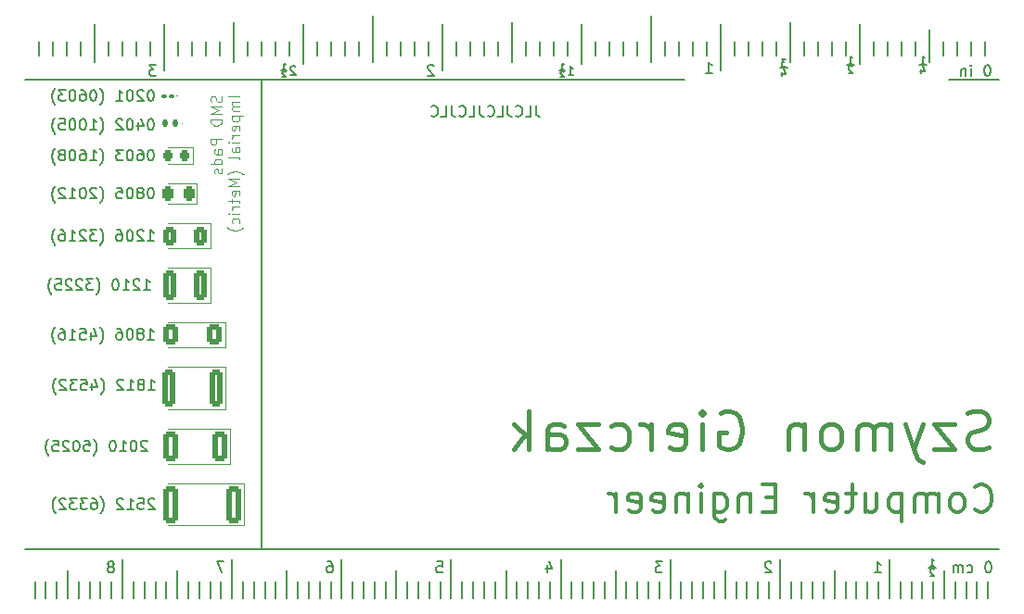
<source format=gbr>
%TF.GenerationSoftware,KiCad,Pcbnew,7.0.10*%
%TF.CreationDate,2024-03-13T20:43:01-04:00*%
%TF.ProjectId,Business Card,42757369-6e65-4737-9320-436172642e6b,rev?*%
%TF.SameCoordinates,Original*%
%TF.FileFunction,Legend,Bot*%
%TF.FilePolarity,Positive*%
%FSLAX46Y46*%
G04 Gerber Fmt 4.6, Leading zero omitted, Abs format (unit mm)*
G04 Created by KiCad (PCBNEW 7.0.10) date 2024-03-13 20:43:01*
%MOMM*%
%LPD*%
G01*
G04 APERTURE LIST*
G04 Aperture macros list*
%AMRoundRect*
0 Rectangle with rounded corners*
0 $1 Rounding radius*
0 $2 $3 $4 $5 $6 $7 $8 $9 X,Y pos of 4 corners*
0 Add a 4 corners polygon primitive as box body*
4,1,4,$2,$3,$4,$5,$6,$7,$8,$9,$2,$3,0*
0 Add four circle primitives for the rounded corners*
1,1,$1+$1,$2,$3*
1,1,$1+$1,$4,$5*
1,1,$1+$1,$6,$7*
1,1,$1+$1,$8,$9*
0 Add four rect primitives between the rounded corners*
20,1,$1+$1,$2,$3,$4,$5,0*
20,1,$1+$1,$4,$5,$6,$7,0*
20,1,$1+$1,$6,$7,$8,$9,0*
20,1,$1+$1,$8,$9,$2,$3,0*%
%AMOutline5P*
0 Free polygon, 5 corners , with rotation*
0 The origin of the aperture is its center*
0 number of corners: always 5*
0 $1 to $10 corner X, Y*
0 $11 Rotation angle, in degrees counterclockwise*
0 create outline with 5 corners*
4,1,5,$1,$2,$3,$4,$5,$6,$7,$8,$9,$10,$1,$2,$11*%
%AMOutline6P*
0 Free polygon, 6 corners , with rotation*
0 The origin of the aperture is its center*
0 number of corners: always 6*
0 $1 to $12 corner X, Y*
0 $13 Rotation angle, in degrees counterclockwise*
0 create outline with 6 corners*
4,1,6,$1,$2,$3,$4,$5,$6,$7,$8,$9,$10,$11,$12,$1,$2,$13*%
%AMOutline7P*
0 Free polygon, 7 corners , with rotation*
0 The origin of the aperture is its center*
0 number of corners: always 7*
0 $1 to $14 corner X, Y*
0 $15 Rotation angle, in degrees counterclockwise*
0 create outline with 7 corners*
4,1,7,$1,$2,$3,$4,$5,$6,$7,$8,$9,$10,$11,$12,$13,$14,$1,$2,$15*%
%AMOutline8P*
0 Free polygon, 8 corners , with rotation*
0 The origin of the aperture is its center*
0 number of corners: always 8*
0 $1 to $16 corner X, Y*
0 $17 Rotation angle, in degrees counterclockwise*
0 create outline with 8 corners*
4,1,8,$1,$2,$3,$4,$5,$6,$7,$8,$9,$10,$11,$12,$13,$14,$15,$16,$1,$2,$17*%
G04 Aperture macros list end*
%ADD10C,0.150000*%
%ADD11C,0.152400*%
%ADD12C,0.400000*%
%ADD13C,0.101600*%
%ADD14C,0.300000*%
%ADD15C,0.120000*%
%ADD16C,0.100000*%
%ADD17Outline8P,-7.000000X0.975000X-6.350000X1.625000X6.350000X1.625000X7.000000X0.975000X7.000000X-0.975000X6.350000X-1.625000X-6.350000X-1.625000X-7.000000X-0.975000X0.000000*%
%ADD18C,1.011200*%
%ADD19RoundRect,0.250000X0.375000X1.075000X-0.375000X1.075000X-0.375000X-1.075000X0.375000X-1.075000X0*%
%ADD20RoundRect,0.250000X0.425000X1.075000X-0.425000X1.075000X-0.425000X-1.075000X0.425000X-1.075000X0*%
%ADD21RoundRect,0.250000X0.312500X1.450000X-0.312500X1.450000X-0.312500X-1.450000X0.312500X-1.450000X0*%
%ADD22RoundRect,0.249999X0.450001X0.650001X-0.450001X0.650001X-0.450001X-0.650001X0.450001X-0.650001X0*%
%ADD23RoundRect,0.250000X0.375000X0.625000X-0.375000X0.625000X-0.375000X-0.625000X0.375000X-0.625000X0*%
%ADD24RoundRect,0.250000X0.425000X1.425000X-0.425000X1.425000X-0.425000X-1.425000X0.425000X-1.425000X0*%
%ADD25RoundRect,0.218750X0.218750X0.256250X-0.218750X0.256250X-0.218750X-0.256250X0.218750X-0.256250X0*%
%ADD26RoundRect,0.147500X0.147500X0.172500X-0.147500X0.172500X-0.147500X-0.172500X0.147500X-0.172500X0*%
%ADD27RoundRect,0.243750X0.243750X0.456250X-0.243750X0.456250X-0.243750X-0.456250X0.243750X-0.456250X0*%
%ADD28RoundRect,0.100000X0.130000X0.100000X-0.130000X0.100000X-0.130000X-0.100000X0.130000X-0.100000X0*%
G04 APERTURE END LIST*
D10*
X140404000Y-119324000D02*
X140404000Y-121324000D01*
X177404000Y-120324000D02*
X177404000Y-121324000D01*
X134620000Y-69342000D02*
X134620000Y-71120000D01*
X152404000Y-120904000D02*
X152404000Y-121904000D01*
X114404000Y-120324000D02*
X114404000Y-121324000D01*
X156210000Y-70993000D02*
X156210000Y-72263000D01*
X141404000Y-120324000D02*
X141404000Y-121324000D01*
X178404000Y-120324000D02*
X178404000Y-121324000D01*
X131404000Y-120904000D02*
X131404000Y-121904000D01*
X159404000Y-120904000D02*
X159404000Y-121904000D01*
X140404000Y-119904000D02*
X140404000Y-121904000D01*
X166404000Y-120904000D02*
X166404000Y-121904000D01*
X165098000Y-72263000D02*
X165098000Y-70993000D01*
X104402400Y-120314600D02*
X104402400Y-121314600D01*
X174404000Y-120904000D02*
X174404000Y-121904000D01*
X122404000Y-120904000D02*
X122404000Y-121904000D01*
X119404000Y-120904000D02*
X119404000Y-121904000D01*
X172404000Y-120904000D02*
X172404000Y-121904000D01*
X138430000Y-70988500D02*
X138430000Y-72258500D01*
X179404000Y-120324000D02*
X179404000Y-121324000D01*
X170178000Y-72263000D02*
X170178000Y-70993000D01*
X175260000Y-71310500D02*
X175260000Y-71945500D01*
X176404000Y-120324000D02*
X176404000Y-121324000D01*
X120648000Y-71941000D02*
X120648000Y-71306000D01*
X156718000Y-74422000D02*
X96520000Y-74422000D01*
X106404000Y-120904000D02*
X106404000Y-121904000D01*
X177404000Y-120904000D02*
X177404000Y-121904000D01*
X99060000Y-71945500D02*
X99060000Y-71310500D01*
X130810000Y-70988500D02*
X130810000Y-72258500D01*
X108404000Y-120324000D02*
X108404000Y-121324000D01*
X172718000Y-73020500D02*
X172718000Y-71115500D01*
X172404000Y-120324000D02*
X172404000Y-121324000D01*
X144778000Y-72258500D02*
X144778000Y-70988500D01*
X144404000Y-120904000D02*
X144404000Y-121904000D01*
X165100000Y-71310500D02*
X165100000Y-71945500D01*
X121404000Y-120324000D02*
X121404000Y-121324000D01*
X180340000Y-71310500D02*
X180340000Y-71945500D01*
X184404000Y-120904000D02*
X184404000Y-121904000D01*
X162560000Y-71310500D02*
X162560000Y-71945500D01*
X121404000Y-120904000D02*
X121404000Y-121904000D01*
X178404000Y-120904000D02*
X178404000Y-121904000D01*
X106680000Y-71306000D02*
X106680000Y-71941000D01*
X121920000Y-69342000D02*
X121920000Y-71120000D01*
X98402400Y-120894600D02*
X98402400Y-121894600D01*
X143508000Y-71941000D02*
X143508000Y-71306000D01*
X173404000Y-120904000D02*
X173404000Y-121904000D01*
X166370000Y-69215000D02*
X166370000Y-71120000D01*
X147404000Y-120324000D02*
X147404000Y-121324000D01*
X97402400Y-120894600D02*
X97402400Y-121894600D01*
X124404000Y-120324000D02*
X124404000Y-121324000D01*
X110488000Y-71941000D02*
X110488000Y-71306000D01*
X148404000Y-120324000D02*
X148404000Y-121324000D01*
X177798000Y-72263000D02*
X177798000Y-70993000D01*
X110404000Y-119904000D02*
X110404000Y-121904000D01*
X183404000Y-120904000D02*
X183404000Y-121904000D01*
X99062000Y-70993000D02*
X99062000Y-72263000D01*
X156208000Y-71945500D02*
X156208000Y-71310500D01*
X142404000Y-120904000D02*
X142404000Y-121904000D01*
X181610000Y-70993000D02*
X181610000Y-72263000D01*
X157404000Y-120904000D02*
X157404000Y-121904000D01*
X113404000Y-120324000D02*
X113404000Y-121324000D01*
X157478000Y-72263000D02*
X157478000Y-70993000D01*
X101602000Y-70993000D02*
X101602000Y-72263000D01*
X171448000Y-71945500D02*
X171448000Y-71310500D01*
D11*
X102870000Y-69850000D02*
X102870000Y-71120000D01*
D10*
X133350000Y-70988500D02*
X133350000Y-72258500D01*
X140968000Y-72893500D02*
X140968000Y-71115500D01*
X162558000Y-72263000D02*
X162558000Y-70993000D01*
X106404000Y-120324000D02*
X106404000Y-121324000D01*
X182404000Y-120904000D02*
X182404000Y-121904000D01*
X129540000Y-71306000D02*
X129540000Y-71941000D01*
D11*
X102870000Y-72390000D02*
X102870000Y-71120000D01*
D10*
X116838000Y-72258500D02*
X116838000Y-70988500D01*
X175404000Y-118324000D02*
X175404000Y-121324000D01*
X99402400Y-120314600D02*
X99402400Y-121314600D01*
X112404000Y-120904000D02*
X112404000Y-121904000D01*
X166404000Y-120324000D02*
X166404000Y-121324000D01*
X118110000Y-117348000D02*
X118110000Y-81026000D01*
X180848000Y-74422000D02*
X185420000Y-74422000D01*
X169404000Y-120324000D02*
X169404000Y-121324000D01*
X154938000Y-72263000D02*
X154938000Y-70993000D01*
X145404000Y-118324000D02*
X145404000Y-121324000D01*
X111404000Y-120324000D02*
X111404000Y-121324000D01*
X109218000Y-73655500D02*
X109218000Y-72385500D01*
X120650000Y-70988500D02*
X120650000Y-72258500D01*
X119404000Y-120324000D02*
X119404000Y-121324000D01*
X169404000Y-120904000D02*
X169404000Y-121904000D01*
X147320000Y-69342000D02*
X147320000Y-71120000D01*
X134404000Y-120324000D02*
X134404000Y-121324000D01*
X170180000Y-71310500D02*
X170180000Y-71945500D01*
X102872000Y-69346500D02*
X102872000Y-71124500D01*
X163404000Y-120324000D02*
X163404000Y-121324000D01*
X158750000Y-70993000D02*
X158750000Y-72263000D01*
X138404000Y-120904000D02*
X138404000Y-121904000D01*
X144780000Y-71306000D02*
X144780000Y-71941000D01*
X175404000Y-118904000D02*
X175404000Y-121904000D01*
X163830000Y-70993000D02*
X163830000Y-72263000D01*
X126404000Y-120904000D02*
X126404000Y-121904000D01*
X102402400Y-120314600D02*
X102402400Y-121314600D01*
D11*
X179070000Y-69850000D02*
X179070000Y-71120000D01*
D10*
X104140000Y-71306000D02*
X104140000Y-71941000D01*
X116840000Y-71306000D02*
X116840000Y-71941000D01*
X132404000Y-120324000D02*
X132404000Y-121324000D01*
X105408000Y-71941000D02*
X105408000Y-71306000D01*
X101600000Y-71945500D02*
X101600000Y-71310500D01*
X135404000Y-118904000D02*
X135404000Y-121904000D01*
X156404000Y-120324000D02*
X156404000Y-121324000D01*
D11*
X128270000Y-69850000D02*
X128270000Y-71120000D01*
D10*
X176528000Y-71945500D02*
X176528000Y-71310500D01*
X177800000Y-71310500D02*
X177800000Y-71945500D01*
X124458000Y-72258500D02*
X124458000Y-70988500D01*
X105402400Y-118314600D02*
X105402400Y-121314600D01*
X139404000Y-120324000D02*
X139404000Y-121324000D01*
X111760000Y-71306000D02*
X111760000Y-71941000D01*
X149858000Y-72258500D02*
X149858000Y-70988500D01*
X167640000Y-71310500D02*
X167640000Y-71945500D01*
X123404000Y-120324000D02*
X123404000Y-121324000D01*
X113030000Y-70988500D02*
X113030000Y-72258500D01*
X130404000Y-119324000D02*
X130404000Y-121324000D01*
X125404000Y-118904000D02*
X125404000Y-121904000D01*
X150404000Y-119324000D02*
X150404000Y-121324000D01*
X165404000Y-118904000D02*
X165404000Y-121904000D01*
X180338000Y-72263000D02*
X180338000Y-70993000D01*
X135888000Y-71941000D02*
X135888000Y-71306000D01*
X127404000Y-120324000D02*
X127404000Y-121324000D01*
X157404000Y-120324000D02*
X157404000Y-121324000D01*
X97790000Y-72263000D02*
X97790000Y-70993000D01*
X152398000Y-72258500D02*
X152398000Y-70988500D01*
X182404000Y-120324000D02*
X182404000Y-121324000D01*
X158404000Y-120324000D02*
X158404000Y-121324000D01*
X117404000Y-120904000D02*
X117404000Y-121904000D01*
X151128000Y-71941000D02*
X151128000Y-71306000D01*
X150404000Y-119904000D02*
X150404000Y-121904000D01*
X123190000Y-70988500D02*
X123190000Y-72258500D01*
X100402400Y-119894600D02*
X100402400Y-121894600D01*
X147404000Y-120904000D02*
X147404000Y-121904000D01*
X171450000Y-70993000D02*
X171450000Y-72263000D01*
X130808000Y-71941000D02*
X130808000Y-71306000D01*
X185420000Y-117348000D02*
X96520000Y-117348000D01*
X181608000Y-71945500D02*
X181608000Y-71310500D01*
X98402400Y-120314600D02*
X98402400Y-121314600D01*
X119380000Y-71306000D02*
X119380000Y-71941000D01*
X111404000Y-120904000D02*
X111404000Y-121904000D01*
X146050000Y-70988500D02*
X146050000Y-72258500D01*
X161290000Y-70993000D02*
X161290000Y-72263000D01*
X107404000Y-120324000D02*
X107404000Y-121324000D01*
X113028000Y-71941000D02*
X113028000Y-71306000D01*
X153670000Y-68580000D02*
X153670000Y-69850000D01*
X107950000Y-70988500D02*
X107950000Y-72258500D01*
X146404000Y-120324000D02*
X146404000Y-121324000D01*
X125404000Y-118324000D02*
X125404000Y-121324000D01*
X153404000Y-120324000D02*
X153404000Y-121324000D01*
X118110000Y-81026000D02*
X118110000Y-74422000D01*
X167638000Y-72263000D02*
X167638000Y-70993000D01*
X137160000Y-71306000D02*
X137160000Y-71941000D01*
X146048000Y-71941000D02*
X146048000Y-71306000D01*
X155404000Y-118904000D02*
X155404000Y-121904000D01*
X162404000Y-120904000D02*
X162404000Y-121904000D01*
X148590000Y-70988500D02*
X148590000Y-72258500D01*
X118110000Y-70988500D02*
X118110000Y-72258500D01*
X141404000Y-120904000D02*
X141404000Y-121904000D01*
X149404000Y-120324000D02*
X149404000Y-121324000D01*
X105404000Y-118904000D02*
X105404000Y-121904000D01*
X142404000Y-120324000D02*
X142404000Y-121324000D01*
X168404000Y-120324000D02*
X168404000Y-121324000D01*
X137404000Y-120904000D02*
X137404000Y-121904000D01*
X148588000Y-71941000D02*
X148588000Y-71306000D01*
X119378000Y-72258500D02*
X119378000Y-70988500D01*
X115404000Y-118324000D02*
X115404000Y-121324000D01*
X144404000Y-120324000D02*
X144404000Y-121324000D01*
X160018000Y-73655500D02*
X160018000Y-72385500D01*
X135890000Y-70988500D02*
X135890000Y-72258500D01*
X112404000Y-120324000D02*
X112404000Y-121324000D01*
X154404000Y-120324000D02*
X154404000Y-121324000D01*
X147318000Y-73020500D02*
X147318000Y-71115500D01*
D11*
X109218000Y-72385500D02*
X109218000Y-71115500D01*
D10*
X184150000Y-70993000D02*
X184150000Y-72263000D01*
X104138000Y-72258500D02*
X104138000Y-70988500D01*
X105410000Y-70988500D02*
X105410000Y-72258500D01*
X176404000Y-120904000D02*
X176404000Y-121904000D01*
X140970000Y-69215000D02*
X140970000Y-71120000D01*
X134618000Y-73655500D02*
X134618000Y-72385500D01*
X120404000Y-119324000D02*
X120404000Y-121324000D01*
X133404000Y-120904000D02*
X133404000Y-121904000D01*
X165404000Y-118324000D02*
X165404000Y-121324000D01*
X151404000Y-120324000D02*
X151404000Y-121324000D01*
X103402400Y-120894600D02*
X103402400Y-121894600D01*
X156404000Y-120904000D02*
X156404000Y-121904000D01*
X155404000Y-118324000D02*
X155404000Y-121324000D01*
X126404000Y-120324000D02*
X126404000Y-121324000D01*
X118404000Y-120904000D02*
X118404000Y-121904000D01*
X151404000Y-120904000D02*
X151404000Y-121904000D01*
X159404000Y-120324000D02*
X159404000Y-121324000D01*
X161404000Y-120904000D02*
X161404000Y-121904000D01*
X131404000Y-120324000D02*
X131404000Y-121324000D01*
X175258000Y-72263000D02*
X175258000Y-70993000D01*
X128270000Y-68580000D02*
X128270000Y-69850000D01*
X153404000Y-120904000D02*
X153404000Y-121904000D01*
X128404000Y-120324000D02*
X128404000Y-121324000D01*
X123404000Y-120904000D02*
X123404000Y-121904000D01*
X158404000Y-120904000D02*
X158404000Y-121904000D01*
X128268000Y-72893500D02*
X128268000Y-71115500D01*
X176530000Y-70993000D02*
X176530000Y-72263000D01*
X180404000Y-119324000D02*
X180404000Y-121324000D01*
X154940000Y-71310500D02*
X154940000Y-71945500D01*
X154404000Y-120904000D02*
X154404000Y-121904000D01*
X173404000Y-120324000D02*
X173404000Y-121324000D01*
X111758000Y-72258500D02*
X111758000Y-70988500D01*
X124404000Y-120904000D02*
X124404000Y-121904000D01*
D11*
X160018000Y-72385500D02*
X160018000Y-71115500D01*
D10*
X118108000Y-71941000D02*
X118108000Y-71306000D01*
X106678000Y-72258500D02*
X106678000Y-70988500D01*
X126998000Y-72258500D02*
X126998000Y-70988500D01*
X167404000Y-120904000D02*
X167404000Y-121904000D01*
X167404000Y-120324000D02*
X167404000Y-121324000D01*
X160404000Y-119904000D02*
X160404000Y-121904000D01*
X107948000Y-71941000D02*
X107948000Y-71306000D01*
X130404000Y-119904000D02*
X130404000Y-121904000D01*
X183404000Y-120324000D02*
X183404000Y-121324000D01*
X116404000Y-120324000D02*
X116404000Y-121324000D01*
X108404000Y-120904000D02*
X108404000Y-121904000D01*
X161288000Y-71945500D02*
X161288000Y-71310500D01*
X127000000Y-71306000D02*
X127000000Y-71941000D01*
X182878000Y-72263000D02*
X182878000Y-70993000D01*
X184148000Y-71945500D02*
X184148000Y-71310500D01*
X179068000Y-72893500D02*
X179068000Y-71115500D01*
X132404000Y-120904000D02*
X132404000Y-121904000D01*
X99402400Y-120894600D02*
X99402400Y-121894600D01*
X139698000Y-72258500D02*
X139698000Y-70988500D01*
X121918000Y-73020500D02*
X121918000Y-71115500D01*
X125728000Y-71941000D02*
X125728000Y-71306000D01*
X173990000Y-70993000D02*
X173990000Y-72263000D01*
X97402400Y-120314600D02*
X97402400Y-121314600D01*
X102402400Y-120894600D02*
X102402400Y-121894600D01*
X104402400Y-120894600D02*
X104402400Y-121894600D01*
X124460000Y-71306000D02*
X124460000Y-71941000D01*
X182880000Y-71310500D02*
X182880000Y-71945500D01*
X113404000Y-120904000D02*
X113404000Y-121904000D01*
X168910000Y-70993000D02*
X168910000Y-72263000D01*
X100330000Y-72263000D02*
X100330000Y-70993000D01*
X97792000Y-71310500D02*
X97792000Y-71945500D01*
X157480000Y-71310500D02*
X157480000Y-71945500D01*
X142240000Y-71306000D02*
X142240000Y-71941000D01*
X163828000Y-71945500D02*
X163828000Y-71310500D01*
X114300000Y-71306000D02*
X114300000Y-71941000D01*
X158748000Y-71945500D02*
X158748000Y-71310500D01*
X137404000Y-120324000D02*
X137404000Y-121324000D01*
X103402400Y-120314600D02*
X103402400Y-121314600D01*
X100402400Y-119314600D02*
X100402400Y-121314600D01*
X134404000Y-120904000D02*
X134404000Y-121904000D01*
X132078000Y-72258500D02*
X132078000Y-70988500D01*
X160020000Y-69342000D02*
X160020000Y-71120000D01*
D11*
X134618000Y-72385500D02*
X134618000Y-71115500D01*
D10*
X101402400Y-120314600D02*
X101402400Y-121314600D01*
X102868000Y-72893500D02*
X102868000Y-71115500D01*
X171404000Y-120904000D02*
X171404000Y-121904000D01*
X132080000Y-71306000D02*
X132080000Y-71941000D01*
X143510000Y-70988500D02*
X143510000Y-72258500D01*
X181404000Y-120324000D02*
X181404000Y-121324000D01*
X136404000Y-120324000D02*
X136404000Y-121324000D01*
X151130000Y-70988500D02*
X151130000Y-72258500D01*
X184404000Y-120324000D02*
X184404000Y-121324000D01*
X143404000Y-120904000D02*
X143404000Y-121904000D01*
X181404000Y-120904000D02*
X181404000Y-121904000D01*
X101402400Y-120894600D02*
X101402400Y-121894600D01*
X170404000Y-119904000D02*
X170404000Y-121904000D01*
X138428000Y-71941000D02*
X138428000Y-71306000D01*
X129404000Y-120324000D02*
X129404000Y-121324000D01*
X149404000Y-120904000D02*
X149404000Y-121904000D01*
X139700000Y-71306000D02*
X139700000Y-71941000D01*
X127404000Y-120904000D02*
X127404000Y-121904000D01*
X179404000Y-120904000D02*
X179404000Y-121904000D01*
X110404000Y-119324000D02*
X110404000Y-121324000D01*
X122404000Y-120324000D02*
X122404000Y-121324000D01*
X161404000Y-120324000D02*
X161404000Y-121324000D01*
X116404000Y-120904000D02*
X116404000Y-121904000D01*
X137158000Y-72258500D02*
X137158000Y-70988500D01*
X129538000Y-72258500D02*
X129538000Y-70988500D01*
X115570000Y-69215000D02*
X115570000Y-71120000D01*
X146404000Y-120904000D02*
X146404000Y-121904000D01*
X143404000Y-120324000D02*
X143404000Y-121324000D01*
X172720000Y-69342000D02*
X172720000Y-71120000D01*
X153668000Y-72893500D02*
X153668000Y-71115500D01*
X174404000Y-120324000D02*
X174404000Y-121324000D01*
X162404000Y-120324000D02*
X162404000Y-121324000D01*
X142238000Y-72258500D02*
X142238000Y-70988500D01*
X117404000Y-120324000D02*
X117404000Y-121324000D01*
X170404000Y-119324000D02*
X170404000Y-121324000D01*
X100332000Y-71310500D02*
X100332000Y-71945500D01*
X136404000Y-120904000D02*
X136404000Y-121904000D01*
X168404000Y-120904000D02*
X168404000Y-121904000D01*
X129404000Y-120904000D02*
X129404000Y-121904000D01*
X133404000Y-120324000D02*
X133404000Y-121324000D01*
X115404000Y-118904000D02*
X115404000Y-121904000D01*
X138404000Y-120324000D02*
X138404000Y-121324000D01*
X166368000Y-72893500D02*
X166368000Y-71115500D01*
X128404000Y-120904000D02*
X128404000Y-121904000D01*
X149860000Y-71306000D02*
X149860000Y-71941000D01*
X139404000Y-120904000D02*
X139404000Y-121904000D01*
X118404000Y-120324000D02*
X118404000Y-121324000D01*
X123188000Y-71941000D02*
X123188000Y-71306000D01*
X171404000Y-120324000D02*
X171404000Y-121324000D01*
X135404000Y-118324000D02*
X135404000Y-121324000D01*
X145404000Y-118904000D02*
X145404000Y-121904000D01*
X125730000Y-70988500D02*
X125730000Y-72258500D01*
X114298000Y-72258500D02*
X114298000Y-70988500D01*
X152404000Y-120324000D02*
X152404000Y-121324000D01*
X133348000Y-71941000D02*
X133348000Y-71306000D01*
X109404000Y-120324000D02*
X109404000Y-121324000D01*
X168908000Y-71945500D02*
X168908000Y-71310500D01*
X152400000Y-71306000D02*
X152400000Y-71941000D01*
X109404000Y-120904000D02*
X109404000Y-121904000D01*
X180404000Y-119904000D02*
X180404000Y-121904000D01*
X114404000Y-120904000D02*
X114404000Y-121904000D01*
X110490000Y-70988500D02*
X110490000Y-72258500D01*
X115568000Y-72893500D02*
X115568000Y-71115500D01*
X109220000Y-69342000D02*
X109220000Y-71120000D01*
D11*
X153670000Y-69850000D02*
X153670000Y-71120000D01*
D10*
X164404000Y-120904000D02*
X164404000Y-121904000D01*
X120404000Y-119904000D02*
X120404000Y-121904000D01*
X164404000Y-120324000D02*
X164404000Y-121324000D01*
X107404000Y-120904000D02*
X107404000Y-121904000D01*
X173988000Y-71945500D02*
X173988000Y-71310500D01*
X163404000Y-120904000D02*
X163404000Y-121904000D01*
X160404000Y-119324000D02*
X160404000Y-121324000D01*
X148404000Y-120904000D02*
X148404000Y-121904000D01*
D11*
X134089451Y-118528694D02*
X134565641Y-118528694D01*
X134565641Y-118528694D02*
X134613260Y-119004884D01*
X134613260Y-119004884D02*
X134565641Y-118957265D01*
X134565641Y-118957265D02*
X134470403Y-118909646D01*
X134470403Y-118909646D02*
X134232308Y-118909646D01*
X134232308Y-118909646D02*
X134137070Y-118957265D01*
X134137070Y-118957265D02*
X134089451Y-119004884D01*
X134089451Y-119004884D02*
X134041832Y-119100122D01*
X134041832Y-119100122D02*
X134041832Y-119338217D01*
X134041832Y-119338217D02*
X134089451Y-119433455D01*
X134089451Y-119433455D02*
X134137070Y-119481075D01*
X134137070Y-119481075D02*
X134232308Y-119528694D01*
X134232308Y-119528694D02*
X134470403Y-119528694D01*
X134470403Y-119528694D02*
X134565641Y-119481075D01*
X134565641Y-119481075D02*
X134613260Y-119433455D01*
X184467165Y-118528694D02*
X184371927Y-118528694D01*
X184371927Y-118528694D02*
X184276689Y-118576313D01*
X184276689Y-118576313D02*
X184229070Y-118623932D01*
X184229070Y-118623932D02*
X184181451Y-118719170D01*
X184181451Y-118719170D02*
X184133832Y-118909646D01*
X184133832Y-118909646D02*
X184133832Y-119147741D01*
X184133832Y-119147741D02*
X184181451Y-119338217D01*
X184181451Y-119338217D02*
X184229070Y-119433455D01*
X184229070Y-119433455D02*
X184276689Y-119481075D01*
X184276689Y-119481075D02*
X184371927Y-119528694D01*
X184371927Y-119528694D02*
X184467165Y-119528694D01*
X184467165Y-119528694D02*
X184562403Y-119481075D01*
X184562403Y-119481075D02*
X184610022Y-119433455D01*
X184610022Y-119433455D02*
X184657641Y-119338217D01*
X184657641Y-119338217D02*
X184705260Y-119147741D01*
X184705260Y-119147741D02*
X184705260Y-118909646D01*
X184705260Y-118909646D02*
X184657641Y-118719170D01*
X184657641Y-118719170D02*
X184610022Y-118623932D01*
X184610022Y-118623932D02*
X184562403Y-118576313D01*
X184562403Y-118576313D02*
X184467165Y-118528694D01*
X182514784Y-119481075D02*
X182610022Y-119528694D01*
X182610022Y-119528694D02*
X182800498Y-119528694D01*
X182800498Y-119528694D02*
X182895736Y-119481075D01*
X182895736Y-119481075D02*
X182943355Y-119433455D01*
X182943355Y-119433455D02*
X182990974Y-119338217D01*
X182990974Y-119338217D02*
X182990974Y-119052503D01*
X182990974Y-119052503D02*
X182943355Y-118957265D01*
X182943355Y-118957265D02*
X182895736Y-118909646D01*
X182895736Y-118909646D02*
X182800498Y-118862027D01*
X182800498Y-118862027D02*
X182610022Y-118862027D01*
X182610022Y-118862027D02*
X182514784Y-118909646D01*
X182086212Y-119528694D02*
X182086212Y-118862027D01*
X182086212Y-118957265D02*
X182038593Y-118909646D01*
X182038593Y-118909646D02*
X181943355Y-118862027D01*
X181943355Y-118862027D02*
X181800498Y-118862027D01*
X181800498Y-118862027D02*
X181705260Y-118909646D01*
X181705260Y-118909646D02*
X181657641Y-119004884D01*
X181657641Y-119004884D02*
X181657641Y-119528694D01*
X181657641Y-119004884D02*
X181610022Y-118909646D01*
X181610022Y-118909646D02*
X181514784Y-118862027D01*
X181514784Y-118862027D02*
X181371927Y-118862027D01*
X181371927Y-118862027D02*
X181276688Y-118909646D01*
X181276688Y-118909646D02*
X181229069Y-119004884D01*
X181229069Y-119004884D02*
X181229069Y-119528694D01*
D12*
X184490176Y-108096201D02*
X183990176Y-108262867D01*
X183990176Y-108262867D02*
X183156843Y-108262867D01*
X183156843Y-108262867D02*
X182823509Y-108096201D01*
X182823509Y-108096201D02*
X182656843Y-107929534D01*
X182656843Y-107929534D02*
X182490176Y-107596201D01*
X182490176Y-107596201D02*
X182490176Y-107262867D01*
X182490176Y-107262867D02*
X182656843Y-106929534D01*
X182656843Y-106929534D02*
X182823509Y-106762867D01*
X182823509Y-106762867D02*
X183156843Y-106596201D01*
X183156843Y-106596201D02*
X183823509Y-106429534D01*
X183823509Y-106429534D02*
X184156843Y-106262867D01*
X184156843Y-106262867D02*
X184323509Y-106096201D01*
X184323509Y-106096201D02*
X184490176Y-105762867D01*
X184490176Y-105762867D02*
X184490176Y-105429534D01*
X184490176Y-105429534D02*
X184323509Y-105096201D01*
X184323509Y-105096201D02*
X184156843Y-104929534D01*
X184156843Y-104929534D02*
X183823509Y-104762867D01*
X183823509Y-104762867D02*
X182990176Y-104762867D01*
X182990176Y-104762867D02*
X182490176Y-104929534D01*
X181323510Y-105929534D02*
X179490176Y-105929534D01*
X179490176Y-105929534D02*
X181323510Y-108262867D01*
X181323510Y-108262867D02*
X179490176Y-108262867D01*
X178490177Y-105929534D02*
X177656843Y-108262867D01*
X176823510Y-105929534D02*
X177656843Y-108262867D01*
X177656843Y-108262867D02*
X177990177Y-109096201D01*
X177990177Y-109096201D02*
X178156843Y-109262867D01*
X178156843Y-109262867D02*
X178490177Y-109429534D01*
X175490176Y-108262867D02*
X175490176Y-105929534D01*
X175490176Y-106262867D02*
X175323510Y-106096201D01*
X175323510Y-106096201D02*
X174990176Y-105929534D01*
X174990176Y-105929534D02*
X174490176Y-105929534D01*
X174490176Y-105929534D02*
X174156843Y-106096201D01*
X174156843Y-106096201D02*
X173990176Y-106429534D01*
X173990176Y-106429534D02*
X173990176Y-108262867D01*
X173990176Y-106429534D02*
X173823510Y-106096201D01*
X173823510Y-106096201D02*
X173490176Y-105929534D01*
X173490176Y-105929534D02*
X172990176Y-105929534D01*
X172990176Y-105929534D02*
X172656843Y-106096201D01*
X172656843Y-106096201D02*
X172490176Y-106429534D01*
X172490176Y-106429534D02*
X172490176Y-108262867D01*
X170323509Y-108262867D02*
X170656843Y-108096201D01*
X170656843Y-108096201D02*
X170823509Y-107929534D01*
X170823509Y-107929534D02*
X170990176Y-107596201D01*
X170990176Y-107596201D02*
X170990176Y-106596201D01*
X170990176Y-106596201D02*
X170823509Y-106262867D01*
X170823509Y-106262867D02*
X170656843Y-106096201D01*
X170656843Y-106096201D02*
X170323509Y-105929534D01*
X170323509Y-105929534D02*
X169823509Y-105929534D01*
X169823509Y-105929534D02*
X169490176Y-106096201D01*
X169490176Y-106096201D02*
X169323509Y-106262867D01*
X169323509Y-106262867D02*
X169156843Y-106596201D01*
X169156843Y-106596201D02*
X169156843Y-107596201D01*
X169156843Y-107596201D02*
X169323509Y-107929534D01*
X169323509Y-107929534D02*
X169490176Y-108096201D01*
X169490176Y-108096201D02*
X169823509Y-108262867D01*
X169823509Y-108262867D02*
X170323509Y-108262867D01*
X167656842Y-105929534D02*
X167656842Y-108262867D01*
X167656842Y-106262867D02*
X167490176Y-106096201D01*
X167490176Y-106096201D02*
X167156842Y-105929534D01*
X167156842Y-105929534D02*
X166656842Y-105929534D01*
X166656842Y-105929534D02*
X166323509Y-106096201D01*
X166323509Y-106096201D02*
X166156842Y-106429534D01*
X166156842Y-106429534D02*
X166156842Y-108262867D01*
X159990175Y-104929534D02*
X160323508Y-104762867D01*
X160323508Y-104762867D02*
X160823508Y-104762867D01*
X160823508Y-104762867D02*
X161323508Y-104929534D01*
X161323508Y-104929534D02*
X161656842Y-105262867D01*
X161656842Y-105262867D02*
X161823508Y-105596201D01*
X161823508Y-105596201D02*
X161990175Y-106262867D01*
X161990175Y-106262867D02*
X161990175Y-106762867D01*
X161990175Y-106762867D02*
X161823508Y-107429534D01*
X161823508Y-107429534D02*
X161656842Y-107762867D01*
X161656842Y-107762867D02*
X161323508Y-108096201D01*
X161323508Y-108096201D02*
X160823508Y-108262867D01*
X160823508Y-108262867D02*
X160490175Y-108262867D01*
X160490175Y-108262867D02*
X159990175Y-108096201D01*
X159990175Y-108096201D02*
X159823508Y-107929534D01*
X159823508Y-107929534D02*
X159823508Y-106762867D01*
X159823508Y-106762867D02*
X160490175Y-106762867D01*
X158323508Y-108262867D02*
X158323508Y-105929534D01*
X158323508Y-104762867D02*
X158490175Y-104929534D01*
X158490175Y-104929534D02*
X158323508Y-105096201D01*
X158323508Y-105096201D02*
X158156842Y-104929534D01*
X158156842Y-104929534D02*
X158323508Y-104762867D01*
X158323508Y-104762867D02*
X158323508Y-105096201D01*
X155323508Y-108096201D02*
X155656841Y-108262867D01*
X155656841Y-108262867D02*
X156323508Y-108262867D01*
X156323508Y-108262867D02*
X156656841Y-108096201D01*
X156656841Y-108096201D02*
X156823508Y-107762867D01*
X156823508Y-107762867D02*
X156823508Y-106429534D01*
X156823508Y-106429534D02*
X156656841Y-106096201D01*
X156656841Y-106096201D02*
X156323508Y-105929534D01*
X156323508Y-105929534D02*
X155656841Y-105929534D01*
X155656841Y-105929534D02*
X155323508Y-106096201D01*
X155323508Y-106096201D02*
X155156841Y-106429534D01*
X155156841Y-106429534D02*
X155156841Y-106762867D01*
X155156841Y-106762867D02*
X156823508Y-107096201D01*
X153656841Y-108262867D02*
X153656841Y-105929534D01*
X153656841Y-106596201D02*
X153490175Y-106262867D01*
X153490175Y-106262867D02*
X153323508Y-106096201D01*
X153323508Y-106096201D02*
X152990175Y-105929534D01*
X152990175Y-105929534D02*
X152656841Y-105929534D01*
X149990174Y-108096201D02*
X150323508Y-108262867D01*
X150323508Y-108262867D02*
X150990174Y-108262867D01*
X150990174Y-108262867D02*
X151323508Y-108096201D01*
X151323508Y-108096201D02*
X151490174Y-107929534D01*
X151490174Y-107929534D02*
X151656841Y-107596201D01*
X151656841Y-107596201D02*
X151656841Y-106596201D01*
X151656841Y-106596201D02*
X151490174Y-106262867D01*
X151490174Y-106262867D02*
X151323508Y-106096201D01*
X151323508Y-106096201D02*
X150990174Y-105929534D01*
X150990174Y-105929534D02*
X150323508Y-105929534D01*
X150323508Y-105929534D02*
X149990174Y-106096201D01*
X148823508Y-105929534D02*
X146990174Y-105929534D01*
X146990174Y-105929534D02*
X148823508Y-108262867D01*
X148823508Y-108262867D02*
X146990174Y-108262867D01*
X144156841Y-108262867D02*
X144156841Y-106429534D01*
X144156841Y-106429534D02*
X144323508Y-106096201D01*
X144323508Y-106096201D02*
X144656841Y-105929534D01*
X144656841Y-105929534D02*
X145323508Y-105929534D01*
X145323508Y-105929534D02*
X145656841Y-106096201D01*
X144156841Y-108096201D02*
X144490175Y-108262867D01*
X144490175Y-108262867D02*
X145323508Y-108262867D01*
X145323508Y-108262867D02*
X145656841Y-108096201D01*
X145656841Y-108096201D02*
X145823508Y-107762867D01*
X145823508Y-107762867D02*
X145823508Y-107429534D01*
X145823508Y-107429534D02*
X145656841Y-107096201D01*
X145656841Y-107096201D02*
X145323508Y-106929534D01*
X145323508Y-106929534D02*
X144490175Y-106929534D01*
X144490175Y-106929534D02*
X144156841Y-106762867D01*
X142490174Y-108262867D02*
X142490174Y-104762867D01*
X142156841Y-106929534D02*
X141156841Y-108262867D01*
X141156841Y-105929534D02*
X142490174Y-107262867D01*
D11*
X108466879Y-73110194D02*
X107847832Y-73110194D01*
X107847832Y-73110194D02*
X108181165Y-73491146D01*
X108181165Y-73491146D02*
X108038308Y-73491146D01*
X108038308Y-73491146D02*
X107943070Y-73538765D01*
X107943070Y-73538765D02*
X107895451Y-73586384D01*
X107895451Y-73586384D02*
X107847832Y-73681622D01*
X107847832Y-73681622D02*
X107847832Y-73919717D01*
X107847832Y-73919717D02*
X107895451Y-74014955D01*
X107895451Y-74014955D02*
X107943070Y-74062575D01*
X107943070Y-74062575D02*
X108038308Y-74110194D01*
X108038308Y-74110194D02*
X108324022Y-74110194D01*
X108324022Y-74110194D02*
X108419260Y-74062575D01*
X108419260Y-74062575D02*
X108466879Y-74014955D01*
D10*
X143141506Y-76847819D02*
X143141506Y-77562104D01*
X143141506Y-77562104D02*
X143189125Y-77704961D01*
X143189125Y-77704961D02*
X143284363Y-77800200D01*
X143284363Y-77800200D02*
X143427220Y-77847819D01*
X143427220Y-77847819D02*
X143522458Y-77847819D01*
X142189125Y-77847819D02*
X142665315Y-77847819D01*
X142665315Y-77847819D02*
X142665315Y-76847819D01*
X141284363Y-77752580D02*
X141331982Y-77800200D01*
X141331982Y-77800200D02*
X141474839Y-77847819D01*
X141474839Y-77847819D02*
X141570077Y-77847819D01*
X141570077Y-77847819D02*
X141712934Y-77800200D01*
X141712934Y-77800200D02*
X141808172Y-77704961D01*
X141808172Y-77704961D02*
X141855791Y-77609723D01*
X141855791Y-77609723D02*
X141903410Y-77419247D01*
X141903410Y-77419247D02*
X141903410Y-77276390D01*
X141903410Y-77276390D02*
X141855791Y-77085914D01*
X141855791Y-77085914D02*
X141808172Y-76990676D01*
X141808172Y-76990676D02*
X141712934Y-76895438D01*
X141712934Y-76895438D02*
X141570077Y-76847819D01*
X141570077Y-76847819D02*
X141474839Y-76847819D01*
X141474839Y-76847819D02*
X141331982Y-76895438D01*
X141331982Y-76895438D02*
X141284363Y-76943057D01*
X140570077Y-76847819D02*
X140570077Y-77562104D01*
X140570077Y-77562104D02*
X140617696Y-77704961D01*
X140617696Y-77704961D02*
X140712934Y-77800200D01*
X140712934Y-77800200D02*
X140855791Y-77847819D01*
X140855791Y-77847819D02*
X140951029Y-77847819D01*
X139617696Y-77847819D02*
X140093886Y-77847819D01*
X140093886Y-77847819D02*
X140093886Y-76847819D01*
X138712934Y-77752580D02*
X138760553Y-77800200D01*
X138760553Y-77800200D02*
X138903410Y-77847819D01*
X138903410Y-77847819D02*
X138998648Y-77847819D01*
X138998648Y-77847819D02*
X139141505Y-77800200D01*
X139141505Y-77800200D02*
X139236743Y-77704961D01*
X139236743Y-77704961D02*
X139284362Y-77609723D01*
X139284362Y-77609723D02*
X139331981Y-77419247D01*
X139331981Y-77419247D02*
X139331981Y-77276390D01*
X139331981Y-77276390D02*
X139284362Y-77085914D01*
X139284362Y-77085914D02*
X139236743Y-76990676D01*
X139236743Y-76990676D02*
X139141505Y-76895438D01*
X139141505Y-76895438D02*
X138998648Y-76847819D01*
X138998648Y-76847819D02*
X138903410Y-76847819D01*
X138903410Y-76847819D02*
X138760553Y-76895438D01*
X138760553Y-76895438D02*
X138712934Y-76943057D01*
X137998648Y-76847819D02*
X137998648Y-77562104D01*
X137998648Y-77562104D02*
X138046267Y-77704961D01*
X138046267Y-77704961D02*
X138141505Y-77800200D01*
X138141505Y-77800200D02*
X138284362Y-77847819D01*
X138284362Y-77847819D02*
X138379600Y-77847819D01*
X137046267Y-77847819D02*
X137522457Y-77847819D01*
X137522457Y-77847819D02*
X137522457Y-76847819D01*
X136141505Y-77752580D02*
X136189124Y-77800200D01*
X136189124Y-77800200D02*
X136331981Y-77847819D01*
X136331981Y-77847819D02*
X136427219Y-77847819D01*
X136427219Y-77847819D02*
X136570076Y-77800200D01*
X136570076Y-77800200D02*
X136665314Y-77704961D01*
X136665314Y-77704961D02*
X136712933Y-77609723D01*
X136712933Y-77609723D02*
X136760552Y-77419247D01*
X136760552Y-77419247D02*
X136760552Y-77276390D01*
X136760552Y-77276390D02*
X136712933Y-77085914D01*
X136712933Y-77085914D02*
X136665314Y-76990676D01*
X136665314Y-76990676D02*
X136570076Y-76895438D01*
X136570076Y-76895438D02*
X136427219Y-76847819D01*
X136427219Y-76847819D02*
X136331981Y-76847819D01*
X136331981Y-76847819D02*
X136189124Y-76895438D01*
X136189124Y-76895438D02*
X136141505Y-76943057D01*
X135427219Y-76847819D02*
X135427219Y-77562104D01*
X135427219Y-77562104D02*
X135474838Y-77704961D01*
X135474838Y-77704961D02*
X135570076Y-77800200D01*
X135570076Y-77800200D02*
X135712933Y-77847819D01*
X135712933Y-77847819D02*
X135808171Y-77847819D01*
X134474838Y-77847819D02*
X134951028Y-77847819D01*
X134951028Y-77847819D02*
X134951028Y-76847819D01*
X133570076Y-77752580D02*
X133617695Y-77800200D01*
X133617695Y-77800200D02*
X133760552Y-77847819D01*
X133760552Y-77847819D02*
X133855790Y-77847819D01*
X133855790Y-77847819D02*
X133998647Y-77800200D01*
X133998647Y-77800200D02*
X134093885Y-77704961D01*
X134093885Y-77704961D02*
X134141504Y-77609723D01*
X134141504Y-77609723D02*
X134189123Y-77419247D01*
X134189123Y-77419247D02*
X134189123Y-77276390D01*
X134189123Y-77276390D02*
X134141504Y-77085914D01*
X134141504Y-77085914D02*
X134093885Y-76990676D01*
X134093885Y-76990676D02*
X133998647Y-76895438D01*
X133998647Y-76895438D02*
X133855790Y-76847819D01*
X133855790Y-76847819D02*
X133760552Y-76847819D01*
X133760552Y-76847819D02*
X133617695Y-76895438D01*
X133617695Y-76895438D02*
X133570076Y-76943057D01*
D11*
X178779260Y-73130503D02*
X178112594Y-73130503D01*
X178255451Y-72987646D02*
X178636403Y-72987646D01*
X178636403Y-72463836D02*
X178541165Y-72416217D01*
X178541165Y-72416217D02*
X178445927Y-72320979D01*
X178445927Y-72320979D02*
X178445927Y-72987646D01*
X178303070Y-73511455D02*
X178303070Y-73892408D01*
X178493546Y-73225741D02*
X178636403Y-73701932D01*
X178636403Y-73701932D02*
X178207832Y-73701932D01*
X172175260Y-73130503D02*
X171508594Y-73130503D01*
X171651451Y-72987646D02*
X172032403Y-72987646D01*
X172032403Y-72463836D02*
X171937165Y-72416217D01*
X171937165Y-72416217D02*
X171841927Y-72320979D01*
X171841927Y-72320979D02*
X171841927Y-72987646D01*
X172032403Y-73273360D02*
X171937165Y-73225741D01*
X171937165Y-73225741D02*
X171794308Y-73225741D01*
X171794308Y-73225741D02*
X171699070Y-73273360D01*
X171699070Y-73273360D02*
X171651451Y-73368598D01*
X171651451Y-73368598D02*
X171651451Y-73463836D01*
X171651451Y-73463836D02*
X171699070Y-73559075D01*
X171699070Y-73559075D02*
X172032403Y-73892408D01*
X172032403Y-73892408D02*
X171651451Y-73892408D01*
D13*
X114412716Y-75949318D02*
X114460335Y-76092175D01*
X114460335Y-76092175D02*
X114460335Y-76330270D01*
X114460335Y-76330270D02*
X114412716Y-76425508D01*
X114412716Y-76425508D02*
X114365096Y-76473127D01*
X114365096Y-76473127D02*
X114269858Y-76520746D01*
X114269858Y-76520746D02*
X114174620Y-76520746D01*
X114174620Y-76520746D02*
X114079382Y-76473127D01*
X114079382Y-76473127D02*
X114031763Y-76425508D01*
X114031763Y-76425508D02*
X113984144Y-76330270D01*
X113984144Y-76330270D02*
X113936525Y-76139794D01*
X113936525Y-76139794D02*
X113888906Y-76044556D01*
X113888906Y-76044556D02*
X113841287Y-75996937D01*
X113841287Y-75996937D02*
X113746049Y-75949318D01*
X113746049Y-75949318D02*
X113650811Y-75949318D01*
X113650811Y-75949318D02*
X113555573Y-75996937D01*
X113555573Y-75996937D02*
X113507954Y-76044556D01*
X113507954Y-76044556D02*
X113460335Y-76139794D01*
X113460335Y-76139794D02*
X113460335Y-76377889D01*
X113460335Y-76377889D02*
X113507954Y-76520746D01*
X114460335Y-76949318D02*
X113460335Y-76949318D01*
X113460335Y-76949318D02*
X114174620Y-77282651D01*
X114174620Y-77282651D02*
X113460335Y-77615984D01*
X113460335Y-77615984D02*
X114460335Y-77615984D01*
X114460335Y-78092175D02*
X113460335Y-78092175D01*
X113460335Y-78092175D02*
X113460335Y-78330270D01*
X113460335Y-78330270D02*
X113507954Y-78473127D01*
X113507954Y-78473127D02*
X113603192Y-78568365D01*
X113603192Y-78568365D02*
X113698430Y-78615984D01*
X113698430Y-78615984D02*
X113888906Y-78663603D01*
X113888906Y-78663603D02*
X114031763Y-78663603D01*
X114031763Y-78663603D02*
X114222239Y-78615984D01*
X114222239Y-78615984D02*
X114317477Y-78568365D01*
X114317477Y-78568365D02*
X114412716Y-78473127D01*
X114412716Y-78473127D02*
X114460335Y-78330270D01*
X114460335Y-78330270D02*
X114460335Y-78092175D01*
X114460335Y-79854080D02*
X113460335Y-79854080D01*
X113460335Y-79854080D02*
X113460335Y-80235032D01*
X113460335Y-80235032D02*
X113507954Y-80330270D01*
X113507954Y-80330270D02*
X113555573Y-80377889D01*
X113555573Y-80377889D02*
X113650811Y-80425508D01*
X113650811Y-80425508D02*
X113793668Y-80425508D01*
X113793668Y-80425508D02*
X113888906Y-80377889D01*
X113888906Y-80377889D02*
X113936525Y-80330270D01*
X113936525Y-80330270D02*
X113984144Y-80235032D01*
X113984144Y-80235032D02*
X113984144Y-79854080D01*
X114460335Y-81282651D02*
X113936525Y-81282651D01*
X113936525Y-81282651D02*
X113841287Y-81235032D01*
X113841287Y-81235032D02*
X113793668Y-81139794D01*
X113793668Y-81139794D02*
X113793668Y-80949318D01*
X113793668Y-80949318D02*
X113841287Y-80854080D01*
X114412716Y-81282651D02*
X114460335Y-81187413D01*
X114460335Y-81187413D02*
X114460335Y-80949318D01*
X114460335Y-80949318D02*
X114412716Y-80854080D01*
X114412716Y-80854080D02*
X114317477Y-80806461D01*
X114317477Y-80806461D02*
X114222239Y-80806461D01*
X114222239Y-80806461D02*
X114127001Y-80854080D01*
X114127001Y-80854080D02*
X114079382Y-80949318D01*
X114079382Y-80949318D02*
X114079382Y-81187413D01*
X114079382Y-81187413D02*
X114031763Y-81282651D01*
X114460335Y-82187413D02*
X113460335Y-82187413D01*
X114412716Y-82187413D02*
X114460335Y-82092175D01*
X114460335Y-82092175D02*
X114460335Y-81901699D01*
X114460335Y-81901699D02*
X114412716Y-81806461D01*
X114412716Y-81806461D02*
X114365096Y-81758842D01*
X114365096Y-81758842D02*
X114269858Y-81711223D01*
X114269858Y-81711223D02*
X113984144Y-81711223D01*
X113984144Y-81711223D02*
X113888906Y-81758842D01*
X113888906Y-81758842D02*
X113841287Y-81806461D01*
X113841287Y-81806461D02*
X113793668Y-81901699D01*
X113793668Y-81901699D02*
X113793668Y-82092175D01*
X113793668Y-82092175D02*
X113841287Y-82187413D01*
X114412716Y-82615985D02*
X114460335Y-82711223D01*
X114460335Y-82711223D02*
X114460335Y-82901699D01*
X114460335Y-82901699D02*
X114412716Y-82996937D01*
X114412716Y-82996937D02*
X114317477Y-83044556D01*
X114317477Y-83044556D02*
X114269858Y-83044556D01*
X114269858Y-83044556D02*
X114174620Y-82996937D01*
X114174620Y-82996937D02*
X114127001Y-82901699D01*
X114127001Y-82901699D02*
X114127001Y-82758842D01*
X114127001Y-82758842D02*
X114079382Y-82663604D01*
X114079382Y-82663604D02*
X113984144Y-82615985D01*
X113984144Y-82615985D02*
X113936525Y-82615985D01*
X113936525Y-82615985D02*
X113841287Y-82663604D01*
X113841287Y-82663604D02*
X113793668Y-82758842D01*
X113793668Y-82758842D02*
X113793668Y-82901699D01*
X113793668Y-82901699D02*
X113841287Y-82996937D01*
X116070335Y-75996937D02*
X115070335Y-75996937D01*
X116070335Y-76473127D02*
X115403668Y-76473127D01*
X115498906Y-76473127D02*
X115451287Y-76520746D01*
X115451287Y-76520746D02*
X115403668Y-76615984D01*
X115403668Y-76615984D02*
X115403668Y-76758841D01*
X115403668Y-76758841D02*
X115451287Y-76854079D01*
X115451287Y-76854079D02*
X115546525Y-76901698D01*
X115546525Y-76901698D02*
X116070335Y-76901698D01*
X115546525Y-76901698D02*
X115451287Y-76949317D01*
X115451287Y-76949317D02*
X115403668Y-77044555D01*
X115403668Y-77044555D02*
X115403668Y-77187412D01*
X115403668Y-77187412D02*
X115451287Y-77282651D01*
X115451287Y-77282651D02*
X115546525Y-77330270D01*
X115546525Y-77330270D02*
X116070335Y-77330270D01*
X115403668Y-77806460D02*
X116403668Y-77806460D01*
X115451287Y-77806460D02*
X115403668Y-77901698D01*
X115403668Y-77901698D02*
X115403668Y-78092174D01*
X115403668Y-78092174D02*
X115451287Y-78187412D01*
X115451287Y-78187412D02*
X115498906Y-78235031D01*
X115498906Y-78235031D02*
X115594144Y-78282650D01*
X115594144Y-78282650D02*
X115879858Y-78282650D01*
X115879858Y-78282650D02*
X115975096Y-78235031D01*
X115975096Y-78235031D02*
X116022716Y-78187412D01*
X116022716Y-78187412D02*
X116070335Y-78092174D01*
X116070335Y-78092174D02*
X116070335Y-77901698D01*
X116070335Y-77901698D02*
X116022716Y-77806460D01*
X116022716Y-79092174D02*
X116070335Y-78996936D01*
X116070335Y-78996936D02*
X116070335Y-78806460D01*
X116070335Y-78806460D02*
X116022716Y-78711222D01*
X116022716Y-78711222D02*
X115927477Y-78663603D01*
X115927477Y-78663603D02*
X115546525Y-78663603D01*
X115546525Y-78663603D02*
X115451287Y-78711222D01*
X115451287Y-78711222D02*
X115403668Y-78806460D01*
X115403668Y-78806460D02*
X115403668Y-78996936D01*
X115403668Y-78996936D02*
X115451287Y-79092174D01*
X115451287Y-79092174D02*
X115546525Y-79139793D01*
X115546525Y-79139793D02*
X115641763Y-79139793D01*
X115641763Y-79139793D02*
X115737001Y-78663603D01*
X116070335Y-79568365D02*
X115403668Y-79568365D01*
X115594144Y-79568365D02*
X115498906Y-79615984D01*
X115498906Y-79615984D02*
X115451287Y-79663603D01*
X115451287Y-79663603D02*
X115403668Y-79758841D01*
X115403668Y-79758841D02*
X115403668Y-79854079D01*
X116070335Y-80187413D02*
X115403668Y-80187413D01*
X115070335Y-80187413D02*
X115117954Y-80139794D01*
X115117954Y-80139794D02*
X115165573Y-80187413D01*
X115165573Y-80187413D02*
X115117954Y-80235032D01*
X115117954Y-80235032D02*
X115070335Y-80187413D01*
X115070335Y-80187413D02*
X115165573Y-80187413D01*
X116070335Y-81092174D02*
X115546525Y-81092174D01*
X115546525Y-81092174D02*
X115451287Y-81044555D01*
X115451287Y-81044555D02*
X115403668Y-80949317D01*
X115403668Y-80949317D02*
X115403668Y-80758841D01*
X115403668Y-80758841D02*
X115451287Y-80663603D01*
X116022716Y-81092174D02*
X116070335Y-80996936D01*
X116070335Y-80996936D02*
X116070335Y-80758841D01*
X116070335Y-80758841D02*
X116022716Y-80663603D01*
X116022716Y-80663603D02*
X115927477Y-80615984D01*
X115927477Y-80615984D02*
X115832239Y-80615984D01*
X115832239Y-80615984D02*
X115737001Y-80663603D01*
X115737001Y-80663603D02*
X115689382Y-80758841D01*
X115689382Y-80758841D02*
X115689382Y-80996936D01*
X115689382Y-80996936D02*
X115641763Y-81092174D01*
X116070335Y-81711222D02*
X116022716Y-81615984D01*
X116022716Y-81615984D02*
X115927477Y-81568365D01*
X115927477Y-81568365D02*
X115070335Y-81568365D01*
X116451287Y-83139794D02*
X116403668Y-83092175D01*
X116403668Y-83092175D02*
X116260811Y-82996937D01*
X116260811Y-82996937D02*
X116165573Y-82949318D01*
X116165573Y-82949318D02*
X116022716Y-82901699D01*
X116022716Y-82901699D02*
X115784620Y-82854080D01*
X115784620Y-82854080D02*
X115594144Y-82854080D01*
X115594144Y-82854080D02*
X115356049Y-82901699D01*
X115356049Y-82901699D02*
X115213192Y-82949318D01*
X115213192Y-82949318D02*
X115117954Y-82996937D01*
X115117954Y-82996937D02*
X114975096Y-83092175D01*
X114975096Y-83092175D02*
X114927477Y-83139794D01*
X116070335Y-83520747D02*
X115070335Y-83520747D01*
X115070335Y-83520747D02*
X115784620Y-83854080D01*
X115784620Y-83854080D02*
X115070335Y-84187413D01*
X115070335Y-84187413D02*
X116070335Y-84187413D01*
X116022716Y-85044556D02*
X116070335Y-84949318D01*
X116070335Y-84949318D02*
X116070335Y-84758842D01*
X116070335Y-84758842D02*
X116022716Y-84663604D01*
X116022716Y-84663604D02*
X115927477Y-84615985D01*
X115927477Y-84615985D02*
X115546525Y-84615985D01*
X115546525Y-84615985D02*
X115451287Y-84663604D01*
X115451287Y-84663604D02*
X115403668Y-84758842D01*
X115403668Y-84758842D02*
X115403668Y-84949318D01*
X115403668Y-84949318D02*
X115451287Y-85044556D01*
X115451287Y-85044556D02*
X115546525Y-85092175D01*
X115546525Y-85092175D02*
X115641763Y-85092175D01*
X115641763Y-85092175D02*
X115737001Y-84615985D01*
X115403668Y-85377890D02*
X115403668Y-85758842D01*
X115070335Y-85520747D02*
X115927477Y-85520747D01*
X115927477Y-85520747D02*
X116022716Y-85568366D01*
X116022716Y-85568366D02*
X116070335Y-85663604D01*
X116070335Y-85663604D02*
X116070335Y-85758842D01*
X116070335Y-86092176D02*
X115403668Y-86092176D01*
X115594144Y-86092176D02*
X115498906Y-86139795D01*
X115498906Y-86139795D02*
X115451287Y-86187414D01*
X115451287Y-86187414D02*
X115403668Y-86282652D01*
X115403668Y-86282652D02*
X115403668Y-86377890D01*
X116070335Y-86711224D02*
X115403668Y-86711224D01*
X115070335Y-86711224D02*
X115117954Y-86663605D01*
X115117954Y-86663605D02*
X115165573Y-86711224D01*
X115165573Y-86711224D02*
X115117954Y-86758843D01*
X115117954Y-86758843D02*
X115070335Y-86711224D01*
X115070335Y-86711224D02*
X115165573Y-86711224D01*
X116022716Y-87615985D02*
X116070335Y-87520747D01*
X116070335Y-87520747D02*
X116070335Y-87330271D01*
X116070335Y-87330271D02*
X116022716Y-87235033D01*
X116022716Y-87235033D02*
X115975096Y-87187414D01*
X115975096Y-87187414D02*
X115879858Y-87139795D01*
X115879858Y-87139795D02*
X115594144Y-87139795D01*
X115594144Y-87139795D02*
X115498906Y-87187414D01*
X115498906Y-87187414D02*
X115451287Y-87235033D01*
X115451287Y-87235033D02*
X115403668Y-87330271D01*
X115403668Y-87330271D02*
X115403668Y-87520747D01*
X115403668Y-87520747D02*
X115451287Y-87615985D01*
X116451287Y-87949319D02*
X116403668Y-87996938D01*
X116403668Y-87996938D02*
X116260811Y-88092176D01*
X116260811Y-88092176D02*
X116165573Y-88139795D01*
X116165573Y-88139795D02*
X116022716Y-88187414D01*
X116022716Y-88187414D02*
X115784620Y-88235033D01*
X115784620Y-88235033D02*
X115594144Y-88235033D01*
X115594144Y-88235033D02*
X115356049Y-88187414D01*
X115356049Y-88187414D02*
X115213192Y-88139795D01*
X115213192Y-88139795D02*
X115117954Y-88092176D01*
X115117954Y-88092176D02*
X114975096Y-87996938D01*
X114975096Y-87996938D02*
X114927477Y-87949319D01*
D11*
X154660879Y-118528694D02*
X154041832Y-118528694D01*
X154041832Y-118528694D02*
X154375165Y-118909646D01*
X154375165Y-118909646D02*
X154232308Y-118909646D01*
X154232308Y-118909646D02*
X154137070Y-118957265D01*
X154137070Y-118957265D02*
X154089451Y-119004884D01*
X154089451Y-119004884D02*
X154041832Y-119100122D01*
X154041832Y-119100122D02*
X154041832Y-119338217D01*
X154041832Y-119338217D02*
X154089451Y-119433455D01*
X154089451Y-119433455D02*
X154137070Y-119481075D01*
X154137070Y-119481075D02*
X154232308Y-119528694D01*
X154232308Y-119528694D02*
X154518022Y-119528694D01*
X154518022Y-119528694D02*
X154613260Y-119481075D01*
X154613260Y-119481075D02*
X154660879Y-119433455D01*
X121157356Y-73293860D02*
X121119260Y-73255765D01*
X121119260Y-73255765D02*
X121043070Y-73217670D01*
X121043070Y-73217670D02*
X120852594Y-73217670D01*
X120852594Y-73217670D02*
X120776403Y-73255765D01*
X120776403Y-73255765D02*
X120738308Y-73293860D01*
X120738308Y-73293860D02*
X120700213Y-73370051D01*
X120700213Y-73370051D02*
X120700213Y-73446241D01*
X120700213Y-73446241D02*
X120738308Y-73560527D01*
X120738308Y-73560527D02*
X121195451Y-74017670D01*
X121195451Y-74017670D02*
X120700213Y-74017670D01*
X120395451Y-73636717D02*
X119862117Y-73636717D01*
X119976403Y-73522432D02*
X120281165Y-73522432D01*
X120281165Y-73103384D02*
X120204974Y-73065289D01*
X120204974Y-73065289D02*
X120128784Y-72989098D01*
X120128784Y-72989098D02*
X120128784Y-73522432D01*
X120281165Y-73751003D02*
X120204974Y-73712908D01*
X120204974Y-73712908D02*
X120090689Y-73712908D01*
X120090689Y-73712908D02*
X120014498Y-73751003D01*
X120014498Y-73751003D02*
X119976403Y-73827194D01*
X119976403Y-73827194D02*
X119976403Y-73903384D01*
X119976403Y-73903384D02*
X120014498Y-73979575D01*
X120014498Y-73979575D02*
X120281165Y-74246241D01*
X120281165Y-74246241D02*
X119976403Y-74246241D01*
X144137070Y-118862027D02*
X144137070Y-119528694D01*
X144375165Y-118481075D02*
X144613260Y-119195360D01*
X144613260Y-119195360D02*
X143994213Y-119195360D01*
X133819260Y-73205432D02*
X133771641Y-73157813D01*
X133771641Y-73157813D02*
X133676403Y-73110194D01*
X133676403Y-73110194D02*
X133438308Y-73110194D01*
X133438308Y-73110194D02*
X133343070Y-73157813D01*
X133343070Y-73157813D02*
X133295451Y-73205432D01*
X133295451Y-73205432D02*
X133247832Y-73300670D01*
X133247832Y-73300670D02*
X133247832Y-73395908D01*
X133247832Y-73395908D02*
X133295451Y-73538765D01*
X133295451Y-73538765D02*
X133866879Y-74110194D01*
X133866879Y-74110194D02*
X133247832Y-74110194D01*
X124137070Y-118528694D02*
X124327546Y-118528694D01*
X124327546Y-118528694D02*
X124422784Y-118576313D01*
X124422784Y-118576313D02*
X124470403Y-118623932D01*
X124470403Y-118623932D02*
X124565641Y-118766789D01*
X124565641Y-118766789D02*
X124613260Y-118957265D01*
X124613260Y-118957265D02*
X124613260Y-119338217D01*
X124613260Y-119338217D02*
X124565641Y-119433455D01*
X124565641Y-119433455D02*
X124518022Y-119481075D01*
X124518022Y-119481075D02*
X124422784Y-119528694D01*
X124422784Y-119528694D02*
X124232308Y-119528694D01*
X124232308Y-119528694D02*
X124137070Y-119481075D01*
X124137070Y-119481075D02*
X124089451Y-119433455D01*
X124089451Y-119433455D02*
X124041832Y-119338217D01*
X124041832Y-119338217D02*
X124041832Y-119100122D01*
X124041832Y-119100122D02*
X124089451Y-119004884D01*
X124089451Y-119004884D02*
X124137070Y-118957265D01*
X124137070Y-118957265D02*
X124232308Y-118909646D01*
X124232308Y-118909646D02*
X124422784Y-118909646D01*
X124422784Y-118909646D02*
X124518022Y-118957265D01*
X124518022Y-118957265D02*
X124565641Y-119004884D01*
X124565641Y-119004884D02*
X124613260Y-119100122D01*
X174041832Y-119528694D02*
X174613260Y-119528694D01*
X174327546Y-119528694D02*
X174327546Y-118528694D01*
X174327546Y-118528694D02*
X174422784Y-118671551D01*
X174422784Y-118671551D02*
X174518022Y-118766789D01*
X174518022Y-118766789D02*
X174613260Y-118814408D01*
X158647832Y-73860694D02*
X159219260Y-73860694D01*
X158933546Y-73860694D02*
X158933546Y-72860694D01*
X158933546Y-72860694D02*
X159028784Y-73003551D01*
X159028784Y-73003551D02*
X159124022Y-73098789D01*
X159124022Y-73098789D02*
X159219260Y-73146408D01*
X114660879Y-118528694D02*
X113994213Y-118528694D01*
X113994213Y-118528694D02*
X114422784Y-119528694D01*
X104422784Y-118957265D02*
X104518022Y-118909646D01*
X104518022Y-118909646D02*
X104565641Y-118862027D01*
X104565641Y-118862027D02*
X104613260Y-118766789D01*
X104613260Y-118766789D02*
X104613260Y-118719170D01*
X104613260Y-118719170D02*
X104565641Y-118623932D01*
X104565641Y-118623932D02*
X104518022Y-118576313D01*
X104518022Y-118576313D02*
X104422784Y-118528694D01*
X104422784Y-118528694D02*
X104232308Y-118528694D01*
X104232308Y-118528694D02*
X104137070Y-118576313D01*
X104137070Y-118576313D02*
X104089451Y-118623932D01*
X104089451Y-118623932D02*
X104041832Y-118719170D01*
X104041832Y-118719170D02*
X104041832Y-118766789D01*
X104041832Y-118766789D02*
X104089451Y-118862027D01*
X104089451Y-118862027D02*
X104137070Y-118909646D01*
X104137070Y-118909646D02*
X104232308Y-118957265D01*
X104232308Y-118957265D02*
X104422784Y-118957265D01*
X104422784Y-118957265D02*
X104518022Y-119004884D01*
X104518022Y-119004884D02*
X104565641Y-119052503D01*
X104565641Y-119052503D02*
X104613260Y-119147741D01*
X104613260Y-119147741D02*
X104613260Y-119338217D01*
X104613260Y-119338217D02*
X104565641Y-119433455D01*
X104565641Y-119433455D02*
X104518022Y-119481075D01*
X104518022Y-119481075D02*
X104422784Y-119528694D01*
X104422784Y-119528694D02*
X104232308Y-119528694D01*
X104232308Y-119528694D02*
X104137070Y-119481075D01*
X104137070Y-119481075D02*
X104089451Y-119433455D01*
X104089451Y-119433455D02*
X104041832Y-119338217D01*
X104041832Y-119338217D02*
X104041832Y-119147741D01*
X104041832Y-119147741D02*
X104089451Y-119052503D01*
X104089451Y-119052503D02*
X104137070Y-119004884D01*
X104137070Y-119004884D02*
X104232308Y-118957265D01*
X164613260Y-118623932D02*
X164565641Y-118576313D01*
X164565641Y-118576313D02*
X164470403Y-118528694D01*
X164470403Y-118528694D02*
X164232308Y-118528694D01*
X164232308Y-118528694D02*
X164137070Y-118576313D01*
X164137070Y-118576313D02*
X164089451Y-118623932D01*
X164089451Y-118623932D02*
X164041832Y-118719170D01*
X164041832Y-118719170D02*
X164041832Y-118814408D01*
X164041832Y-118814408D02*
X164089451Y-118957265D01*
X164089451Y-118957265D02*
X164660879Y-119528694D01*
X164660879Y-119528694D02*
X164041832Y-119528694D01*
X146100213Y-74017670D02*
X146557356Y-74017670D01*
X146328784Y-74017670D02*
X146328784Y-73217670D01*
X146328784Y-73217670D02*
X146404975Y-73331955D01*
X146404975Y-73331955D02*
X146481165Y-73408146D01*
X146481165Y-73408146D02*
X146557356Y-73446241D01*
X145795451Y-73636717D02*
X145262117Y-73636717D01*
X145376403Y-73522432D02*
X145681165Y-73522432D01*
X145681165Y-73103384D02*
X145604974Y-73065289D01*
X145604974Y-73065289D02*
X145528784Y-72989098D01*
X145528784Y-72989098D02*
X145528784Y-73522432D01*
X145681165Y-73751003D02*
X145604974Y-73712908D01*
X145604974Y-73712908D02*
X145490689Y-73712908D01*
X145490689Y-73712908D02*
X145414498Y-73751003D01*
X145414498Y-73751003D02*
X145376403Y-73827194D01*
X145376403Y-73827194D02*
X145376403Y-73903384D01*
X145376403Y-73903384D02*
X145414498Y-73979575D01*
X145414498Y-73979575D02*
X145681165Y-74246241D01*
X145681165Y-74246241D02*
X145376403Y-74246241D01*
X184381165Y-73110194D02*
X184285927Y-73110194D01*
X184285927Y-73110194D02*
X184190689Y-73157813D01*
X184190689Y-73157813D02*
X184143070Y-73205432D01*
X184143070Y-73205432D02*
X184095451Y-73300670D01*
X184095451Y-73300670D02*
X184047832Y-73491146D01*
X184047832Y-73491146D02*
X184047832Y-73729241D01*
X184047832Y-73729241D02*
X184095451Y-73919717D01*
X184095451Y-73919717D02*
X184143070Y-74014955D01*
X184143070Y-74014955D02*
X184190689Y-74062575D01*
X184190689Y-74062575D02*
X184285927Y-74110194D01*
X184285927Y-74110194D02*
X184381165Y-74110194D01*
X184381165Y-74110194D02*
X184476403Y-74062575D01*
X184476403Y-74062575D02*
X184524022Y-74014955D01*
X184524022Y-74014955D02*
X184571641Y-73919717D01*
X184571641Y-73919717D02*
X184619260Y-73729241D01*
X184619260Y-73729241D02*
X184619260Y-73491146D01*
X184619260Y-73491146D02*
X184571641Y-73300670D01*
X184571641Y-73300670D02*
X184524022Y-73205432D01*
X184524022Y-73205432D02*
X184476403Y-73157813D01*
X184476403Y-73157813D02*
X184381165Y-73110194D01*
X182857355Y-74110194D02*
X182857355Y-73443527D01*
X182857355Y-73110194D02*
X182904974Y-73157813D01*
X182904974Y-73157813D02*
X182857355Y-73205432D01*
X182857355Y-73205432D02*
X182809736Y-73157813D01*
X182809736Y-73157813D02*
X182857355Y-73110194D01*
X182857355Y-73110194D02*
X182857355Y-73205432D01*
X182381165Y-73443527D02*
X182381165Y-74110194D01*
X182381165Y-73538765D02*
X182333546Y-73491146D01*
X182333546Y-73491146D02*
X182238308Y-73443527D01*
X182238308Y-73443527D02*
X182095451Y-73443527D01*
X182095451Y-73443527D02*
X182000213Y-73491146D01*
X182000213Y-73491146D02*
X181952594Y-73586384D01*
X181952594Y-73586384D02*
X181952594Y-74110194D01*
X166079260Y-73384503D02*
X165412594Y-73384503D01*
X165936403Y-72574979D02*
X165555451Y-72574979D01*
X165555451Y-72574979D02*
X165745927Y-72813075D01*
X165745927Y-72813075D02*
X165698308Y-72813075D01*
X165698308Y-72813075D02*
X165603070Y-72860694D01*
X165603070Y-72860694D02*
X165555451Y-72955932D01*
X165555451Y-72955932D02*
X165555451Y-73098789D01*
X165555451Y-73098789D02*
X165603070Y-73194027D01*
X165603070Y-73194027D02*
X165698308Y-73241646D01*
X165698308Y-73241646D02*
X165841165Y-73241646D01*
X165841165Y-73241646D02*
X165936403Y-73194027D01*
X165603070Y-73765455D02*
X165603070Y-74146408D01*
X165793546Y-73479741D02*
X165936403Y-73955932D01*
X165936403Y-73955932D02*
X165507832Y-73955932D01*
X179625260Y-119079503D02*
X178958594Y-119079503D01*
X179101451Y-118936646D02*
X179482403Y-118936646D01*
X179482403Y-118412836D02*
X179387165Y-118365217D01*
X179387165Y-118365217D02*
X179291927Y-118269979D01*
X179291927Y-118269979D02*
X179291927Y-118936646D01*
X179482403Y-119222360D02*
X179387165Y-119174741D01*
X179387165Y-119174741D02*
X179244308Y-119174741D01*
X179244308Y-119174741D02*
X179149070Y-119222360D01*
X179149070Y-119222360D02*
X179101451Y-119317598D01*
X179101451Y-119317598D02*
X179101451Y-119412836D01*
X179101451Y-119412836D02*
X179149070Y-119508075D01*
X179149070Y-119508075D02*
X179482403Y-119841408D01*
X179482403Y-119841408D02*
X179101451Y-119841408D01*
D14*
X183198822Y-113740352D02*
X183317870Y-113859400D01*
X183317870Y-113859400D02*
X183675012Y-113978447D01*
X183675012Y-113978447D02*
X183913108Y-113978447D01*
X183913108Y-113978447D02*
X184270251Y-113859400D01*
X184270251Y-113859400D02*
X184508346Y-113621304D01*
X184508346Y-113621304D02*
X184627393Y-113383209D01*
X184627393Y-113383209D02*
X184746441Y-112907019D01*
X184746441Y-112907019D02*
X184746441Y-112549876D01*
X184746441Y-112549876D02*
X184627393Y-112073685D01*
X184627393Y-112073685D02*
X184508346Y-111835590D01*
X184508346Y-111835590D02*
X184270251Y-111597495D01*
X184270251Y-111597495D02*
X183913108Y-111478447D01*
X183913108Y-111478447D02*
X183675012Y-111478447D01*
X183675012Y-111478447D02*
X183317870Y-111597495D01*
X183317870Y-111597495D02*
X183198822Y-111716542D01*
X181770251Y-113978447D02*
X182008346Y-113859400D01*
X182008346Y-113859400D02*
X182127393Y-113740352D01*
X182127393Y-113740352D02*
X182246441Y-113502257D01*
X182246441Y-113502257D02*
X182246441Y-112787971D01*
X182246441Y-112787971D02*
X182127393Y-112549876D01*
X182127393Y-112549876D02*
X182008346Y-112430828D01*
X182008346Y-112430828D02*
X181770251Y-112311780D01*
X181770251Y-112311780D02*
X181413108Y-112311780D01*
X181413108Y-112311780D02*
X181175012Y-112430828D01*
X181175012Y-112430828D02*
X181055965Y-112549876D01*
X181055965Y-112549876D02*
X180936917Y-112787971D01*
X180936917Y-112787971D02*
X180936917Y-113502257D01*
X180936917Y-113502257D02*
X181055965Y-113740352D01*
X181055965Y-113740352D02*
X181175012Y-113859400D01*
X181175012Y-113859400D02*
X181413108Y-113978447D01*
X181413108Y-113978447D02*
X181770251Y-113978447D01*
X179865488Y-113978447D02*
X179865488Y-112311780D01*
X179865488Y-112549876D02*
X179746441Y-112430828D01*
X179746441Y-112430828D02*
X179508346Y-112311780D01*
X179508346Y-112311780D02*
X179151203Y-112311780D01*
X179151203Y-112311780D02*
X178913107Y-112430828D01*
X178913107Y-112430828D02*
X178794060Y-112668923D01*
X178794060Y-112668923D02*
X178794060Y-113978447D01*
X178794060Y-112668923D02*
X178675012Y-112430828D01*
X178675012Y-112430828D02*
X178436917Y-112311780D01*
X178436917Y-112311780D02*
X178079774Y-112311780D01*
X178079774Y-112311780D02*
X177841679Y-112430828D01*
X177841679Y-112430828D02*
X177722631Y-112668923D01*
X177722631Y-112668923D02*
X177722631Y-113978447D01*
X176532155Y-112311780D02*
X176532155Y-114811780D01*
X176532155Y-112430828D02*
X176294060Y-112311780D01*
X176294060Y-112311780D02*
X175817870Y-112311780D01*
X175817870Y-112311780D02*
X175579774Y-112430828D01*
X175579774Y-112430828D02*
X175460727Y-112549876D01*
X175460727Y-112549876D02*
X175341679Y-112787971D01*
X175341679Y-112787971D02*
X175341679Y-113502257D01*
X175341679Y-113502257D02*
X175460727Y-113740352D01*
X175460727Y-113740352D02*
X175579774Y-113859400D01*
X175579774Y-113859400D02*
X175817870Y-113978447D01*
X175817870Y-113978447D02*
X176294060Y-113978447D01*
X176294060Y-113978447D02*
X176532155Y-113859400D01*
X173198822Y-112311780D02*
X173198822Y-113978447D01*
X174270250Y-112311780D02*
X174270250Y-113621304D01*
X174270250Y-113621304D02*
X174151203Y-113859400D01*
X174151203Y-113859400D02*
X173913108Y-113978447D01*
X173913108Y-113978447D02*
X173555965Y-113978447D01*
X173555965Y-113978447D02*
X173317869Y-113859400D01*
X173317869Y-113859400D02*
X173198822Y-113740352D01*
X172365488Y-112311780D02*
X171413107Y-112311780D01*
X172008345Y-111478447D02*
X172008345Y-113621304D01*
X172008345Y-113621304D02*
X171889298Y-113859400D01*
X171889298Y-113859400D02*
X171651203Y-113978447D01*
X171651203Y-113978447D02*
X171413107Y-113978447D01*
X169627393Y-113859400D02*
X169865489Y-113978447D01*
X169865489Y-113978447D02*
X170341679Y-113978447D01*
X170341679Y-113978447D02*
X170579774Y-113859400D01*
X170579774Y-113859400D02*
X170698822Y-113621304D01*
X170698822Y-113621304D02*
X170698822Y-112668923D01*
X170698822Y-112668923D02*
X170579774Y-112430828D01*
X170579774Y-112430828D02*
X170341679Y-112311780D01*
X170341679Y-112311780D02*
X169865489Y-112311780D01*
X169865489Y-112311780D02*
X169627393Y-112430828D01*
X169627393Y-112430828D02*
X169508346Y-112668923D01*
X169508346Y-112668923D02*
X169508346Y-112907019D01*
X169508346Y-112907019D02*
X170698822Y-113145114D01*
X168436917Y-113978447D02*
X168436917Y-112311780D01*
X168436917Y-112787971D02*
X168317870Y-112549876D01*
X168317870Y-112549876D02*
X168198822Y-112430828D01*
X168198822Y-112430828D02*
X167960727Y-112311780D01*
X167960727Y-112311780D02*
X167722632Y-112311780D01*
X164984536Y-112668923D02*
X164151203Y-112668923D01*
X163794060Y-113978447D02*
X164984536Y-113978447D01*
X164984536Y-113978447D02*
X164984536Y-111478447D01*
X164984536Y-111478447D02*
X163794060Y-111478447D01*
X162722631Y-112311780D02*
X162722631Y-113978447D01*
X162722631Y-112549876D02*
X162603584Y-112430828D01*
X162603584Y-112430828D02*
X162365489Y-112311780D01*
X162365489Y-112311780D02*
X162008346Y-112311780D01*
X162008346Y-112311780D02*
X161770250Y-112430828D01*
X161770250Y-112430828D02*
X161651203Y-112668923D01*
X161651203Y-112668923D02*
X161651203Y-113978447D01*
X159389298Y-112311780D02*
X159389298Y-114335590D01*
X159389298Y-114335590D02*
X159508345Y-114573685D01*
X159508345Y-114573685D02*
X159627393Y-114692733D01*
X159627393Y-114692733D02*
X159865488Y-114811780D01*
X159865488Y-114811780D02*
X160222631Y-114811780D01*
X160222631Y-114811780D02*
X160460726Y-114692733D01*
X159389298Y-113859400D02*
X159627393Y-113978447D01*
X159627393Y-113978447D02*
X160103584Y-113978447D01*
X160103584Y-113978447D02*
X160341679Y-113859400D01*
X160341679Y-113859400D02*
X160460726Y-113740352D01*
X160460726Y-113740352D02*
X160579774Y-113502257D01*
X160579774Y-113502257D02*
X160579774Y-112787971D01*
X160579774Y-112787971D02*
X160460726Y-112549876D01*
X160460726Y-112549876D02*
X160341679Y-112430828D01*
X160341679Y-112430828D02*
X160103584Y-112311780D01*
X160103584Y-112311780D02*
X159627393Y-112311780D01*
X159627393Y-112311780D02*
X159389298Y-112430828D01*
X158198821Y-113978447D02*
X158198821Y-112311780D01*
X158198821Y-111478447D02*
X158317869Y-111597495D01*
X158317869Y-111597495D02*
X158198821Y-111716542D01*
X158198821Y-111716542D02*
X158079774Y-111597495D01*
X158079774Y-111597495D02*
X158198821Y-111478447D01*
X158198821Y-111478447D02*
X158198821Y-111716542D01*
X157008345Y-112311780D02*
X157008345Y-113978447D01*
X157008345Y-112549876D02*
X156889298Y-112430828D01*
X156889298Y-112430828D02*
X156651203Y-112311780D01*
X156651203Y-112311780D02*
X156294060Y-112311780D01*
X156294060Y-112311780D02*
X156055964Y-112430828D01*
X156055964Y-112430828D02*
X155936917Y-112668923D01*
X155936917Y-112668923D02*
X155936917Y-113978447D01*
X153794059Y-113859400D02*
X154032155Y-113978447D01*
X154032155Y-113978447D02*
X154508345Y-113978447D01*
X154508345Y-113978447D02*
X154746440Y-113859400D01*
X154746440Y-113859400D02*
X154865488Y-113621304D01*
X154865488Y-113621304D02*
X154865488Y-112668923D01*
X154865488Y-112668923D02*
X154746440Y-112430828D01*
X154746440Y-112430828D02*
X154508345Y-112311780D01*
X154508345Y-112311780D02*
X154032155Y-112311780D01*
X154032155Y-112311780D02*
X153794059Y-112430828D01*
X153794059Y-112430828D02*
X153675012Y-112668923D01*
X153675012Y-112668923D02*
X153675012Y-112907019D01*
X153675012Y-112907019D02*
X154865488Y-113145114D01*
X151651202Y-113859400D02*
X151889298Y-113978447D01*
X151889298Y-113978447D02*
X152365488Y-113978447D01*
X152365488Y-113978447D02*
X152603583Y-113859400D01*
X152603583Y-113859400D02*
X152722631Y-113621304D01*
X152722631Y-113621304D02*
X152722631Y-112668923D01*
X152722631Y-112668923D02*
X152603583Y-112430828D01*
X152603583Y-112430828D02*
X152365488Y-112311780D01*
X152365488Y-112311780D02*
X151889298Y-112311780D01*
X151889298Y-112311780D02*
X151651202Y-112430828D01*
X151651202Y-112430828D02*
X151532155Y-112668923D01*
X151532155Y-112668923D02*
X151532155Y-112907019D01*
X151532155Y-112907019D02*
X152722631Y-113145114D01*
X150460726Y-113978447D02*
X150460726Y-112311780D01*
X150460726Y-112787971D02*
X150341679Y-112549876D01*
X150341679Y-112549876D02*
X150222631Y-112430828D01*
X150222631Y-112430828D02*
X149984536Y-112311780D01*
X149984536Y-112311780D02*
X149746441Y-112311780D01*
D10*
X107341238Y-93707484D02*
X107912666Y-93707484D01*
X107626952Y-93707484D02*
X107626952Y-92707484D01*
X107626952Y-92707484D02*
X107722190Y-92850341D01*
X107722190Y-92850341D02*
X107817428Y-92945579D01*
X107817428Y-92945579D02*
X107912666Y-92993198D01*
X106960285Y-92802722D02*
X106912666Y-92755103D01*
X106912666Y-92755103D02*
X106817428Y-92707484D01*
X106817428Y-92707484D02*
X106579333Y-92707484D01*
X106579333Y-92707484D02*
X106484095Y-92755103D01*
X106484095Y-92755103D02*
X106436476Y-92802722D01*
X106436476Y-92802722D02*
X106388857Y-92897960D01*
X106388857Y-92897960D02*
X106388857Y-92993198D01*
X106388857Y-92993198D02*
X106436476Y-93136055D01*
X106436476Y-93136055D02*
X107007904Y-93707484D01*
X107007904Y-93707484D02*
X106388857Y-93707484D01*
X105436476Y-93707484D02*
X106007904Y-93707484D01*
X105722190Y-93707484D02*
X105722190Y-92707484D01*
X105722190Y-92707484D02*
X105817428Y-92850341D01*
X105817428Y-92850341D02*
X105912666Y-92945579D01*
X105912666Y-92945579D02*
X106007904Y-92993198D01*
X104817428Y-92707484D02*
X104722190Y-92707484D01*
X104722190Y-92707484D02*
X104626952Y-92755103D01*
X104626952Y-92755103D02*
X104579333Y-92802722D01*
X104579333Y-92802722D02*
X104531714Y-92897960D01*
X104531714Y-92897960D02*
X104484095Y-93088436D01*
X104484095Y-93088436D02*
X104484095Y-93326531D01*
X104484095Y-93326531D02*
X104531714Y-93517007D01*
X104531714Y-93517007D02*
X104579333Y-93612245D01*
X104579333Y-93612245D02*
X104626952Y-93659865D01*
X104626952Y-93659865D02*
X104722190Y-93707484D01*
X104722190Y-93707484D02*
X104817428Y-93707484D01*
X104817428Y-93707484D02*
X104912666Y-93659865D01*
X104912666Y-93659865D02*
X104960285Y-93612245D01*
X104960285Y-93612245D02*
X105007904Y-93517007D01*
X105007904Y-93517007D02*
X105055523Y-93326531D01*
X105055523Y-93326531D02*
X105055523Y-93088436D01*
X105055523Y-93088436D02*
X105007904Y-92897960D01*
X105007904Y-92897960D02*
X104960285Y-92802722D01*
X104960285Y-92802722D02*
X104912666Y-92755103D01*
X104912666Y-92755103D02*
X104817428Y-92707484D01*
X103007904Y-94088436D02*
X103055523Y-94040817D01*
X103055523Y-94040817D02*
X103150761Y-93897960D01*
X103150761Y-93897960D02*
X103198380Y-93802722D01*
X103198380Y-93802722D02*
X103245999Y-93659865D01*
X103245999Y-93659865D02*
X103293618Y-93421769D01*
X103293618Y-93421769D02*
X103293618Y-93231293D01*
X103293618Y-93231293D02*
X103245999Y-92993198D01*
X103245999Y-92993198D02*
X103198380Y-92850341D01*
X103198380Y-92850341D02*
X103150761Y-92755103D01*
X103150761Y-92755103D02*
X103055523Y-92612245D01*
X103055523Y-92612245D02*
X103007904Y-92564626D01*
X102722189Y-92707484D02*
X102103142Y-92707484D01*
X102103142Y-92707484D02*
X102436475Y-93088436D01*
X102436475Y-93088436D02*
X102293618Y-93088436D01*
X102293618Y-93088436D02*
X102198380Y-93136055D01*
X102198380Y-93136055D02*
X102150761Y-93183674D01*
X102150761Y-93183674D02*
X102103142Y-93278912D01*
X102103142Y-93278912D02*
X102103142Y-93517007D01*
X102103142Y-93517007D02*
X102150761Y-93612245D01*
X102150761Y-93612245D02*
X102198380Y-93659865D01*
X102198380Y-93659865D02*
X102293618Y-93707484D01*
X102293618Y-93707484D02*
X102579332Y-93707484D01*
X102579332Y-93707484D02*
X102674570Y-93659865D01*
X102674570Y-93659865D02*
X102722189Y-93612245D01*
X101722189Y-92802722D02*
X101674570Y-92755103D01*
X101674570Y-92755103D02*
X101579332Y-92707484D01*
X101579332Y-92707484D02*
X101341237Y-92707484D01*
X101341237Y-92707484D02*
X101245999Y-92755103D01*
X101245999Y-92755103D02*
X101198380Y-92802722D01*
X101198380Y-92802722D02*
X101150761Y-92897960D01*
X101150761Y-92897960D02*
X101150761Y-92993198D01*
X101150761Y-92993198D02*
X101198380Y-93136055D01*
X101198380Y-93136055D02*
X101769808Y-93707484D01*
X101769808Y-93707484D02*
X101150761Y-93707484D01*
X100769808Y-92802722D02*
X100722189Y-92755103D01*
X100722189Y-92755103D02*
X100626951Y-92707484D01*
X100626951Y-92707484D02*
X100388856Y-92707484D01*
X100388856Y-92707484D02*
X100293618Y-92755103D01*
X100293618Y-92755103D02*
X100245999Y-92802722D01*
X100245999Y-92802722D02*
X100198380Y-92897960D01*
X100198380Y-92897960D02*
X100198380Y-92993198D01*
X100198380Y-92993198D02*
X100245999Y-93136055D01*
X100245999Y-93136055D02*
X100817427Y-93707484D01*
X100817427Y-93707484D02*
X100198380Y-93707484D01*
X99293618Y-92707484D02*
X99769808Y-92707484D01*
X99769808Y-92707484D02*
X99817427Y-93183674D01*
X99817427Y-93183674D02*
X99769808Y-93136055D01*
X99769808Y-93136055D02*
X99674570Y-93088436D01*
X99674570Y-93088436D02*
X99436475Y-93088436D01*
X99436475Y-93088436D02*
X99341237Y-93136055D01*
X99341237Y-93136055D02*
X99293618Y-93183674D01*
X99293618Y-93183674D02*
X99245999Y-93278912D01*
X99245999Y-93278912D02*
X99245999Y-93517007D01*
X99245999Y-93517007D02*
X99293618Y-93612245D01*
X99293618Y-93612245D02*
X99341237Y-93659865D01*
X99341237Y-93659865D02*
X99436475Y-93707484D01*
X99436475Y-93707484D02*
X99674570Y-93707484D01*
X99674570Y-93707484D02*
X99769808Y-93659865D01*
X99769808Y-93659865D02*
X99817427Y-93612245D01*
X98912665Y-94088436D02*
X98865046Y-94040817D01*
X98865046Y-94040817D02*
X98769808Y-93897960D01*
X98769808Y-93897960D02*
X98722189Y-93802722D01*
X98722189Y-93802722D02*
X98674570Y-93659865D01*
X98674570Y-93659865D02*
X98626951Y-93421769D01*
X98626951Y-93421769D02*
X98626951Y-93231293D01*
X98626951Y-93231293D02*
X98674570Y-92993198D01*
X98674570Y-92993198D02*
X98722189Y-92850341D01*
X98722189Y-92850341D02*
X98769808Y-92755103D01*
X98769808Y-92755103D02*
X98865046Y-92612245D01*
X98865046Y-92612245D02*
X98912665Y-92564626D01*
X107652839Y-107538721D02*
X107605220Y-107491102D01*
X107605220Y-107491102D02*
X107509982Y-107443483D01*
X107509982Y-107443483D02*
X107271887Y-107443483D01*
X107271887Y-107443483D02*
X107176649Y-107491102D01*
X107176649Y-107491102D02*
X107129030Y-107538721D01*
X107129030Y-107538721D02*
X107081411Y-107633959D01*
X107081411Y-107633959D02*
X107081411Y-107729197D01*
X107081411Y-107729197D02*
X107129030Y-107872054D01*
X107129030Y-107872054D02*
X107700458Y-108443483D01*
X107700458Y-108443483D02*
X107081411Y-108443483D01*
X106462363Y-107443483D02*
X106367125Y-107443483D01*
X106367125Y-107443483D02*
X106271887Y-107491102D01*
X106271887Y-107491102D02*
X106224268Y-107538721D01*
X106224268Y-107538721D02*
X106176649Y-107633959D01*
X106176649Y-107633959D02*
X106129030Y-107824435D01*
X106129030Y-107824435D02*
X106129030Y-108062530D01*
X106129030Y-108062530D02*
X106176649Y-108253006D01*
X106176649Y-108253006D02*
X106224268Y-108348244D01*
X106224268Y-108348244D02*
X106271887Y-108395864D01*
X106271887Y-108395864D02*
X106367125Y-108443483D01*
X106367125Y-108443483D02*
X106462363Y-108443483D01*
X106462363Y-108443483D02*
X106557601Y-108395864D01*
X106557601Y-108395864D02*
X106605220Y-108348244D01*
X106605220Y-108348244D02*
X106652839Y-108253006D01*
X106652839Y-108253006D02*
X106700458Y-108062530D01*
X106700458Y-108062530D02*
X106700458Y-107824435D01*
X106700458Y-107824435D02*
X106652839Y-107633959D01*
X106652839Y-107633959D02*
X106605220Y-107538721D01*
X106605220Y-107538721D02*
X106557601Y-107491102D01*
X106557601Y-107491102D02*
X106462363Y-107443483D01*
X105176649Y-108443483D02*
X105748077Y-108443483D01*
X105462363Y-108443483D02*
X105462363Y-107443483D01*
X105462363Y-107443483D02*
X105557601Y-107586340D01*
X105557601Y-107586340D02*
X105652839Y-107681578D01*
X105652839Y-107681578D02*
X105748077Y-107729197D01*
X104557601Y-107443483D02*
X104462363Y-107443483D01*
X104462363Y-107443483D02*
X104367125Y-107491102D01*
X104367125Y-107491102D02*
X104319506Y-107538721D01*
X104319506Y-107538721D02*
X104271887Y-107633959D01*
X104271887Y-107633959D02*
X104224268Y-107824435D01*
X104224268Y-107824435D02*
X104224268Y-108062530D01*
X104224268Y-108062530D02*
X104271887Y-108253006D01*
X104271887Y-108253006D02*
X104319506Y-108348244D01*
X104319506Y-108348244D02*
X104367125Y-108395864D01*
X104367125Y-108395864D02*
X104462363Y-108443483D01*
X104462363Y-108443483D02*
X104557601Y-108443483D01*
X104557601Y-108443483D02*
X104652839Y-108395864D01*
X104652839Y-108395864D02*
X104700458Y-108348244D01*
X104700458Y-108348244D02*
X104748077Y-108253006D01*
X104748077Y-108253006D02*
X104795696Y-108062530D01*
X104795696Y-108062530D02*
X104795696Y-107824435D01*
X104795696Y-107824435D02*
X104748077Y-107633959D01*
X104748077Y-107633959D02*
X104700458Y-107538721D01*
X104700458Y-107538721D02*
X104652839Y-107491102D01*
X104652839Y-107491102D02*
X104557601Y-107443483D01*
X102748077Y-108824435D02*
X102795696Y-108776816D01*
X102795696Y-108776816D02*
X102890934Y-108633959D01*
X102890934Y-108633959D02*
X102938553Y-108538721D01*
X102938553Y-108538721D02*
X102986172Y-108395864D01*
X102986172Y-108395864D02*
X103033791Y-108157768D01*
X103033791Y-108157768D02*
X103033791Y-107967292D01*
X103033791Y-107967292D02*
X102986172Y-107729197D01*
X102986172Y-107729197D02*
X102938553Y-107586340D01*
X102938553Y-107586340D02*
X102890934Y-107491102D01*
X102890934Y-107491102D02*
X102795696Y-107348244D01*
X102795696Y-107348244D02*
X102748077Y-107300625D01*
X101890934Y-107443483D02*
X102367124Y-107443483D01*
X102367124Y-107443483D02*
X102414743Y-107919673D01*
X102414743Y-107919673D02*
X102367124Y-107872054D01*
X102367124Y-107872054D02*
X102271886Y-107824435D01*
X102271886Y-107824435D02*
X102033791Y-107824435D01*
X102033791Y-107824435D02*
X101938553Y-107872054D01*
X101938553Y-107872054D02*
X101890934Y-107919673D01*
X101890934Y-107919673D02*
X101843315Y-108014911D01*
X101843315Y-108014911D02*
X101843315Y-108253006D01*
X101843315Y-108253006D02*
X101890934Y-108348244D01*
X101890934Y-108348244D02*
X101938553Y-108395864D01*
X101938553Y-108395864D02*
X102033791Y-108443483D01*
X102033791Y-108443483D02*
X102271886Y-108443483D01*
X102271886Y-108443483D02*
X102367124Y-108395864D01*
X102367124Y-108395864D02*
X102414743Y-108348244D01*
X101224267Y-107443483D02*
X101129029Y-107443483D01*
X101129029Y-107443483D02*
X101033791Y-107491102D01*
X101033791Y-107491102D02*
X100986172Y-107538721D01*
X100986172Y-107538721D02*
X100938553Y-107633959D01*
X100938553Y-107633959D02*
X100890934Y-107824435D01*
X100890934Y-107824435D02*
X100890934Y-108062530D01*
X100890934Y-108062530D02*
X100938553Y-108253006D01*
X100938553Y-108253006D02*
X100986172Y-108348244D01*
X100986172Y-108348244D02*
X101033791Y-108395864D01*
X101033791Y-108395864D02*
X101129029Y-108443483D01*
X101129029Y-108443483D02*
X101224267Y-108443483D01*
X101224267Y-108443483D02*
X101319505Y-108395864D01*
X101319505Y-108395864D02*
X101367124Y-108348244D01*
X101367124Y-108348244D02*
X101414743Y-108253006D01*
X101414743Y-108253006D02*
X101462362Y-108062530D01*
X101462362Y-108062530D02*
X101462362Y-107824435D01*
X101462362Y-107824435D02*
X101414743Y-107633959D01*
X101414743Y-107633959D02*
X101367124Y-107538721D01*
X101367124Y-107538721D02*
X101319505Y-107491102D01*
X101319505Y-107491102D02*
X101224267Y-107443483D01*
X100509981Y-107538721D02*
X100462362Y-107491102D01*
X100462362Y-107491102D02*
X100367124Y-107443483D01*
X100367124Y-107443483D02*
X100129029Y-107443483D01*
X100129029Y-107443483D02*
X100033791Y-107491102D01*
X100033791Y-107491102D02*
X99986172Y-107538721D01*
X99986172Y-107538721D02*
X99938553Y-107633959D01*
X99938553Y-107633959D02*
X99938553Y-107729197D01*
X99938553Y-107729197D02*
X99986172Y-107872054D01*
X99986172Y-107872054D02*
X100557600Y-108443483D01*
X100557600Y-108443483D02*
X99938553Y-108443483D01*
X99033791Y-107443483D02*
X99509981Y-107443483D01*
X99509981Y-107443483D02*
X99557600Y-107919673D01*
X99557600Y-107919673D02*
X99509981Y-107872054D01*
X99509981Y-107872054D02*
X99414743Y-107824435D01*
X99414743Y-107824435D02*
X99176648Y-107824435D01*
X99176648Y-107824435D02*
X99081410Y-107872054D01*
X99081410Y-107872054D02*
X99033791Y-107919673D01*
X99033791Y-107919673D02*
X98986172Y-108014911D01*
X98986172Y-108014911D02*
X98986172Y-108253006D01*
X98986172Y-108253006D02*
X99033791Y-108348244D01*
X99033791Y-108348244D02*
X99081410Y-108395864D01*
X99081410Y-108395864D02*
X99176648Y-108443483D01*
X99176648Y-108443483D02*
X99414743Y-108443483D01*
X99414743Y-108443483D02*
X99509981Y-108395864D01*
X99509981Y-108395864D02*
X99557600Y-108348244D01*
X98652838Y-108824435D02*
X98605219Y-108776816D01*
X98605219Y-108776816D02*
X98509981Y-108633959D01*
X98509981Y-108633959D02*
X98462362Y-108538721D01*
X98462362Y-108538721D02*
X98414743Y-108395864D01*
X98414743Y-108395864D02*
X98367124Y-108157768D01*
X98367124Y-108157768D02*
X98367124Y-107967292D01*
X98367124Y-107967292D02*
X98414743Y-107729197D01*
X98414743Y-107729197D02*
X98462362Y-107586340D01*
X98462362Y-107586340D02*
X98509981Y-107491102D01*
X98509981Y-107491102D02*
X98605219Y-107348244D01*
X98605219Y-107348244D02*
X98652838Y-107300625D01*
X107757238Y-102869150D02*
X108328666Y-102869150D01*
X108042952Y-102869150D02*
X108042952Y-101869150D01*
X108042952Y-101869150D02*
X108138190Y-102012007D01*
X108138190Y-102012007D02*
X108233428Y-102107245D01*
X108233428Y-102107245D02*
X108328666Y-102154864D01*
X107185809Y-102297721D02*
X107281047Y-102250102D01*
X107281047Y-102250102D02*
X107328666Y-102202483D01*
X107328666Y-102202483D02*
X107376285Y-102107245D01*
X107376285Y-102107245D02*
X107376285Y-102059626D01*
X107376285Y-102059626D02*
X107328666Y-101964388D01*
X107328666Y-101964388D02*
X107281047Y-101916769D01*
X107281047Y-101916769D02*
X107185809Y-101869150D01*
X107185809Y-101869150D02*
X106995333Y-101869150D01*
X106995333Y-101869150D02*
X106900095Y-101916769D01*
X106900095Y-101916769D02*
X106852476Y-101964388D01*
X106852476Y-101964388D02*
X106804857Y-102059626D01*
X106804857Y-102059626D02*
X106804857Y-102107245D01*
X106804857Y-102107245D02*
X106852476Y-102202483D01*
X106852476Y-102202483D02*
X106900095Y-102250102D01*
X106900095Y-102250102D02*
X106995333Y-102297721D01*
X106995333Y-102297721D02*
X107185809Y-102297721D01*
X107185809Y-102297721D02*
X107281047Y-102345340D01*
X107281047Y-102345340D02*
X107328666Y-102392959D01*
X107328666Y-102392959D02*
X107376285Y-102488197D01*
X107376285Y-102488197D02*
X107376285Y-102678673D01*
X107376285Y-102678673D02*
X107328666Y-102773911D01*
X107328666Y-102773911D02*
X107281047Y-102821531D01*
X107281047Y-102821531D02*
X107185809Y-102869150D01*
X107185809Y-102869150D02*
X106995333Y-102869150D01*
X106995333Y-102869150D02*
X106900095Y-102821531D01*
X106900095Y-102821531D02*
X106852476Y-102773911D01*
X106852476Y-102773911D02*
X106804857Y-102678673D01*
X106804857Y-102678673D02*
X106804857Y-102488197D01*
X106804857Y-102488197D02*
X106852476Y-102392959D01*
X106852476Y-102392959D02*
X106900095Y-102345340D01*
X106900095Y-102345340D02*
X106995333Y-102297721D01*
X105852476Y-102869150D02*
X106423904Y-102869150D01*
X106138190Y-102869150D02*
X106138190Y-101869150D01*
X106138190Y-101869150D02*
X106233428Y-102012007D01*
X106233428Y-102012007D02*
X106328666Y-102107245D01*
X106328666Y-102107245D02*
X106423904Y-102154864D01*
X105471523Y-101964388D02*
X105423904Y-101916769D01*
X105423904Y-101916769D02*
X105328666Y-101869150D01*
X105328666Y-101869150D02*
X105090571Y-101869150D01*
X105090571Y-101869150D02*
X104995333Y-101916769D01*
X104995333Y-101916769D02*
X104947714Y-101964388D01*
X104947714Y-101964388D02*
X104900095Y-102059626D01*
X104900095Y-102059626D02*
X104900095Y-102154864D01*
X104900095Y-102154864D02*
X104947714Y-102297721D01*
X104947714Y-102297721D02*
X105519142Y-102869150D01*
X105519142Y-102869150D02*
X104900095Y-102869150D01*
X103423904Y-103250102D02*
X103471523Y-103202483D01*
X103471523Y-103202483D02*
X103566761Y-103059626D01*
X103566761Y-103059626D02*
X103614380Y-102964388D01*
X103614380Y-102964388D02*
X103661999Y-102821531D01*
X103661999Y-102821531D02*
X103709618Y-102583435D01*
X103709618Y-102583435D02*
X103709618Y-102392959D01*
X103709618Y-102392959D02*
X103661999Y-102154864D01*
X103661999Y-102154864D02*
X103614380Y-102012007D01*
X103614380Y-102012007D02*
X103566761Y-101916769D01*
X103566761Y-101916769D02*
X103471523Y-101773911D01*
X103471523Y-101773911D02*
X103423904Y-101726292D01*
X102614380Y-102202483D02*
X102614380Y-102869150D01*
X102852475Y-101821531D02*
X103090570Y-102535816D01*
X103090570Y-102535816D02*
X102471523Y-102535816D01*
X101614380Y-101869150D02*
X102090570Y-101869150D01*
X102090570Y-101869150D02*
X102138189Y-102345340D01*
X102138189Y-102345340D02*
X102090570Y-102297721D01*
X102090570Y-102297721D02*
X101995332Y-102250102D01*
X101995332Y-102250102D02*
X101757237Y-102250102D01*
X101757237Y-102250102D02*
X101661999Y-102297721D01*
X101661999Y-102297721D02*
X101614380Y-102345340D01*
X101614380Y-102345340D02*
X101566761Y-102440578D01*
X101566761Y-102440578D02*
X101566761Y-102678673D01*
X101566761Y-102678673D02*
X101614380Y-102773911D01*
X101614380Y-102773911D02*
X101661999Y-102821531D01*
X101661999Y-102821531D02*
X101757237Y-102869150D01*
X101757237Y-102869150D02*
X101995332Y-102869150D01*
X101995332Y-102869150D02*
X102090570Y-102821531D01*
X102090570Y-102821531D02*
X102138189Y-102773911D01*
X101233427Y-101869150D02*
X100614380Y-101869150D01*
X100614380Y-101869150D02*
X100947713Y-102250102D01*
X100947713Y-102250102D02*
X100804856Y-102250102D01*
X100804856Y-102250102D02*
X100709618Y-102297721D01*
X100709618Y-102297721D02*
X100661999Y-102345340D01*
X100661999Y-102345340D02*
X100614380Y-102440578D01*
X100614380Y-102440578D02*
X100614380Y-102678673D01*
X100614380Y-102678673D02*
X100661999Y-102773911D01*
X100661999Y-102773911D02*
X100709618Y-102821531D01*
X100709618Y-102821531D02*
X100804856Y-102869150D01*
X100804856Y-102869150D02*
X101090570Y-102869150D01*
X101090570Y-102869150D02*
X101185808Y-102821531D01*
X101185808Y-102821531D02*
X101233427Y-102773911D01*
X100233427Y-101964388D02*
X100185808Y-101916769D01*
X100185808Y-101916769D02*
X100090570Y-101869150D01*
X100090570Y-101869150D02*
X99852475Y-101869150D01*
X99852475Y-101869150D02*
X99757237Y-101916769D01*
X99757237Y-101916769D02*
X99709618Y-101964388D01*
X99709618Y-101964388D02*
X99661999Y-102059626D01*
X99661999Y-102059626D02*
X99661999Y-102154864D01*
X99661999Y-102154864D02*
X99709618Y-102297721D01*
X99709618Y-102297721D02*
X100281046Y-102869150D01*
X100281046Y-102869150D02*
X99661999Y-102869150D01*
X99328665Y-103250102D02*
X99281046Y-103202483D01*
X99281046Y-103202483D02*
X99185808Y-103059626D01*
X99185808Y-103059626D02*
X99138189Y-102964388D01*
X99138189Y-102964388D02*
X99090570Y-102821531D01*
X99090570Y-102821531D02*
X99042951Y-102583435D01*
X99042951Y-102583435D02*
X99042951Y-102392959D01*
X99042951Y-102392959D02*
X99090570Y-102154864D01*
X99090570Y-102154864D02*
X99138189Y-102012007D01*
X99138189Y-102012007D02*
X99185808Y-101916769D01*
X99185808Y-101916769D02*
X99281046Y-101773911D01*
X99281046Y-101773911D02*
X99328665Y-101726292D01*
X107681411Y-98227817D02*
X108252839Y-98227817D01*
X107967125Y-98227817D02*
X107967125Y-97227817D01*
X107967125Y-97227817D02*
X108062363Y-97370674D01*
X108062363Y-97370674D02*
X108157601Y-97465912D01*
X108157601Y-97465912D02*
X108252839Y-97513531D01*
X107109982Y-97656388D02*
X107205220Y-97608769D01*
X107205220Y-97608769D02*
X107252839Y-97561150D01*
X107252839Y-97561150D02*
X107300458Y-97465912D01*
X107300458Y-97465912D02*
X107300458Y-97418293D01*
X107300458Y-97418293D02*
X107252839Y-97323055D01*
X107252839Y-97323055D02*
X107205220Y-97275436D01*
X107205220Y-97275436D02*
X107109982Y-97227817D01*
X107109982Y-97227817D02*
X106919506Y-97227817D01*
X106919506Y-97227817D02*
X106824268Y-97275436D01*
X106824268Y-97275436D02*
X106776649Y-97323055D01*
X106776649Y-97323055D02*
X106729030Y-97418293D01*
X106729030Y-97418293D02*
X106729030Y-97465912D01*
X106729030Y-97465912D02*
X106776649Y-97561150D01*
X106776649Y-97561150D02*
X106824268Y-97608769D01*
X106824268Y-97608769D02*
X106919506Y-97656388D01*
X106919506Y-97656388D02*
X107109982Y-97656388D01*
X107109982Y-97656388D02*
X107205220Y-97704007D01*
X107205220Y-97704007D02*
X107252839Y-97751626D01*
X107252839Y-97751626D02*
X107300458Y-97846864D01*
X107300458Y-97846864D02*
X107300458Y-98037340D01*
X107300458Y-98037340D02*
X107252839Y-98132578D01*
X107252839Y-98132578D02*
X107205220Y-98180198D01*
X107205220Y-98180198D02*
X107109982Y-98227817D01*
X107109982Y-98227817D02*
X106919506Y-98227817D01*
X106919506Y-98227817D02*
X106824268Y-98180198D01*
X106824268Y-98180198D02*
X106776649Y-98132578D01*
X106776649Y-98132578D02*
X106729030Y-98037340D01*
X106729030Y-98037340D02*
X106729030Y-97846864D01*
X106729030Y-97846864D02*
X106776649Y-97751626D01*
X106776649Y-97751626D02*
X106824268Y-97704007D01*
X106824268Y-97704007D02*
X106919506Y-97656388D01*
X106109982Y-97227817D02*
X106014744Y-97227817D01*
X106014744Y-97227817D02*
X105919506Y-97275436D01*
X105919506Y-97275436D02*
X105871887Y-97323055D01*
X105871887Y-97323055D02*
X105824268Y-97418293D01*
X105824268Y-97418293D02*
X105776649Y-97608769D01*
X105776649Y-97608769D02*
X105776649Y-97846864D01*
X105776649Y-97846864D02*
X105824268Y-98037340D01*
X105824268Y-98037340D02*
X105871887Y-98132578D01*
X105871887Y-98132578D02*
X105919506Y-98180198D01*
X105919506Y-98180198D02*
X106014744Y-98227817D01*
X106014744Y-98227817D02*
X106109982Y-98227817D01*
X106109982Y-98227817D02*
X106205220Y-98180198D01*
X106205220Y-98180198D02*
X106252839Y-98132578D01*
X106252839Y-98132578D02*
X106300458Y-98037340D01*
X106300458Y-98037340D02*
X106348077Y-97846864D01*
X106348077Y-97846864D02*
X106348077Y-97608769D01*
X106348077Y-97608769D02*
X106300458Y-97418293D01*
X106300458Y-97418293D02*
X106252839Y-97323055D01*
X106252839Y-97323055D02*
X106205220Y-97275436D01*
X106205220Y-97275436D02*
X106109982Y-97227817D01*
X104919506Y-97227817D02*
X105109982Y-97227817D01*
X105109982Y-97227817D02*
X105205220Y-97275436D01*
X105205220Y-97275436D02*
X105252839Y-97323055D01*
X105252839Y-97323055D02*
X105348077Y-97465912D01*
X105348077Y-97465912D02*
X105395696Y-97656388D01*
X105395696Y-97656388D02*
X105395696Y-98037340D01*
X105395696Y-98037340D02*
X105348077Y-98132578D01*
X105348077Y-98132578D02*
X105300458Y-98180198D01*
X105300458Y-98180198D02*
X105205220Y-98227817D01*
X105205220Y-98227817D02*
X105014744Y-98227817D01*
X105014744Y-98227817D02*
X104919506Y-98180198D01*
X104919506Y-98180198D02*
X104871887Y-98132578D01*
X104871887Y-98132578D02*
X104824268Y-98037340D01*
X104824268Y-98037340D02*
X104824268Y-97799245D01*
X104824268Y-97799245D02*
X104871887Y-97704007D01*
X104871887Y-97704007D02*
X104919506Y-97656388D01*
X104919506Y-97656388D02*
X105014744Y-97608769D01*
X105014744Y-97608769D02*
X105205220Y-97608769D01*
X105205220Y-97608769D02*
X105300458Y-97656388D01*
X105300458Y-97656388D02*
X105348077Y-97704007D01*
X105348077Y-97704007D02*
X105395696Y-97799245D01*
X103348077Y-98608769D02*
X103395696Y-98561150D01*
X103395696Y-98561150D02*
X103490934Y-98418293D01*
X103490934Y-98418293D02*
X103538553Y-98323055D01*
X103538553Y-98323055D02*
X103586172Y-98180198D01*
X103586172Y-98180198D02*
X103633791Y-97942102D01*
X103633791Y-97942102D02*
X103633791Y-97751626D01*
X103633791Y-97751626D02*
X103586172Y-97513531D01*
X103586172Y-97513531D02*
X103538553Y-97370674D01*
X103538553Y-97370674D02*
X103490934Y-97275436D01*
X103490934Y-97275436D02*
X103395696Y-97132578D01*
X103395696Y-97132578D02*
X103348077Y-97084959D01*
X102538553Y-97561150D02*
X102538553Y-98227817D01*
X102776648Y-97180198D02*
X103014743Y-97894483D01*
X103014743Y-97894483D02*
X102395696Y-97894483D01*
X101538553Y-97227817D02*
X102014743Y-97227817D01*
X102014743Y-97227817D02*
X102062362Y-97704007D01*
X102062362Y-97704007D02*
X102014743Y-97656388D01*
X102014743Y-97656388D02*
X101919505Y-97608769D01*
X101919505Y-97608769D02*
X101681410Y-97608769D01*
X101681410Y-97608769D02*
X101586172Y-97656388D01*
X101586172Y-97656388D02*
X101538553Y-97704007D01*
X101538553Y-97704007D02*
X101490934Y-97799245D01*
X101490934Y-97799245D02*
X101490934Y-98037340D01*
X101490934Y-98037340D02*
X101538553Y-98132578D01*
X101538553Y-98132578D02*
X101586172Y-98180198D01*
X101586172Y-98180198D02*
X101681410Y-98227817D01*
X101681410Y-98227817D02*
X101919505Y-98227817D01*
X101919505Y-98227817D02*
X102014743Y-98180198D01*
X102014743Y-98180198D02*
X102062362Y-98132578D01*
X100538553Y-98227817D02*
X101109981Y-98227817D01*
X100824267Y-98227817D02*
X100824267Y-97227817D01*
X100824267Y-97227817D02*
X100919505Y-97370674D01*
X100919505Y-97370674D02*
X101014743Y-97465912D01*
X101014743Y-97465912D02*
X101109981Y-97513531D01*
X99681410Y-97227817D02*
X99871886Y-97227817D01*
X99871886Y-97227817D02*
X99967124Y-97275436D01*
X99967124Y-97275436D02*
X100014743Y-97323055D01*
X100014743Y-97323055D02*
X100109981Y-97465912D01*
X100109981Y-97465912D02*
X100157600Y-97656388D01*
X100157600Y-97656388D02*
X100157600Y-98037340D01*
X100157600Y-98037340D02*
X100109981Y-98132578D01*
X100109981Y-98132578D02*
X100062362Y-98180198D01*
X100062362Y-98180198D02*
X99967124Y-98227817D01*
X99967124Y-98227817D02*
X99776648Y-98227817D01*
X99776648Y-98227817D02*
X99681410Y-98180198D01*
X99681410Y-98180198D02*
X99633791Y-98132578D01*
X99633791Y-98132578D02*
X99586172Y-98037340D01*
X99586172Y-98037340D02*
X99586172Y-97799245D01*
X99586172Y-97799245D02*
X99633791Y-97704007D01*
X99633791Y-97704007D02*
X99681410Y-97656388D01*
X99681410Y-97656388D02*
X99776648Y-97608769D01*
X99776648Y-97608769D02*
X99967124Y-97608769D01*
X99967124Y-97608769D02*
X100062362Y-97656388D01*
X100062362Y-97656388D02*
X100109981Y-97704007D01*
X100109981Y-97704007D02*
X100157600Y-97799245D01*
X99252838Y-98608769D02*
X99205219Y-98561150D01*
X99205219Y-98561150D02*
X99109981Y-98418293D01*
X99109981Y-98418293D02*
X99062362Y-98323055D01*
X99062362Y-98323055D02*
X99014743Y-98180198D01*
X99014743Y-98180198D02*
X98967124Y-97942102D01*
X98967124Y-97942102D02*
X98967124Y-97751626D01*
X98967124Y-97751626D02*
X99014743Y-97513531D01*
X99014743Y-97513531D02*
X99062362Y-97370674D01*
X99062362Y-97370674D02*
X99109981Y-97275436D01*
X99109981Y-97275436D02*
X99205219Y-97132578D01*
X99205219Y-97132578D02*
X99252838Y-97084959D01*
X107681411Y-89212151D02*
X108252839Y-89212151D01*
X107967125Y-89212151D02*
X107967125Y-88212151D01*
X107967125Y-88212151D02*
X108062363Y-88355008D01*
X108062363Y-88355008D02*
X108157601Y-88450246D01*
X108157601Y-88450246D02*
X108252839Y-88497865D01*
X107300458Y-88307389D02*
X107252839Y-88259770D01*
X107252839Y-88259770D02*
X107157601Y-88212151D01*
X107157601Y-88212151D02*
X106919506Y-88212151D01*
X106919506Y-88212151D02*
X106824268Y-88259770D01*
X106824268Y-88259770D02*
X106776649Y-88307389D01*
X106776649Y-88307389D02*
X106729030Y-88402627D01*
X106729030Y-88402627D02*
X106729030Y-88497865D01*
X106729030Y-88497865D02*
X106776649Y-88640722D01*
X106776649Y-88640722D02*
X107348077Y-89212151D01*
X107348077Y-89212151D02*
X106729030Y-89212151D01*
X106109982Y-88212151D02*
X106014744Y-88212151D01*
X106014744Y-88212151D02*
X105919506Y-88259770D01*
X105919506Y-88259770D02*
X105871887Y-88307389D01*
X105871887Y-88307389D02*
X105824268Y-88402627D01*
X105824268Y-88402627D02*
X105776649Y-88593103D01*
X105776649Y-88593103D02*
X105776649Y-88831198D01*
X105776649Y-88831198D02*
X105824268Y-89021674D01*
X105824268Y-89021674D02*
X105871887Y-89116912D01*
X105871887Y-89116912D02*
X105919506Y-89164532D01*
X105919506Y-89164532D02*
X106014744Y-89212151D01*
X106014744Y-89212151D02*
X106109982Y-89212151D01*
X106109982Y-89212151D02*
X106205220Y-89164532D01*
X106205220Y-89164532D02*
X106252839Y-89116912D01*
X106252839Y-89116912D02*
X106300458Y-89021674D01*
X106300458Y-89021674D02*
X106348077Y-88831198D01*
X106348077Y-88831198D02*
X106348077Y-88593103D01*
X106348077Y-88593103D02*
X106300458Y-88402627D01*
X106300458Y-88402627D02*
X106252839Y-88307389D01*
X106252839Y-88307389D02*
X106205220Y-88259770D01*
X106205220Y-88259770D02*
X106109982Y-88212151D01*
X104919506Y-88212151D02*
X105109982Y-88212151D01*
X105109982Y-88212151D02*
X105205220Y-88259770D01*
X105205220Y-88259770D02*
X105252839Y-88307389D01*
X105252839Y-88307389D02*
X105348077Y-88450246D01*
X105348077Y-88450246D02*
X105395696Y-88640722D01*
X105395696Y-88640722D02*
X105395696Y-89021674D01*
X105395696Y-89021674D02*
X105348077Y-89116912D01*
X105348077Y-89116912D02*
X105300458Y-89164532D01*
X105300458Y-89164532D02*
X105205220Y-89212151D01*
X105205220Y-89212151D02*
X105014744Y-89212151D01*
X105014744Y-89212151D02*
X104919506Y-89164532D01*
X104919506Y-89164532D02*
X104871887Y-89116912D01*
X104871887Y-89116912D02*
X104824268Y-89021674D01*
X104824268Y-89021674D02*
X104824268Y-88783579D01*
X104824268Y-88783579D02*
X104871887Y-88688341D01*
X104871887Y-88688341D02*
X104919506Y-88640722D01*
X104919506Y-88640722D02*
X105014744Y-88593103D01*
X105014744Y-88593103D02*
X105205220Y-88593103D01*
X105205220Y-88593103D02*
X105300458Y-88640722D01*
X105300458Y-88640722D02*
X105348077Y-88688341D01*
X105348077Y-88688341D02*
X105395696Y-88783579D01*
X103348077Y-89593103D02*
X103395696Y-89545484D01*
X103395696Y-89545484D02*
X103490934Y-89402627D01*
X103490934Y-89402627D02*
X103538553Y-89307389D01*
X103538553Y-89307389D02*
X103586172Y-89164532D01*
X103586172Y-89164532D02*
X103633791Y-88926436D01*
X103633791Y-88926436D02*
X103633791Y-88735960D01*
X103633791Y-88735960D02*
X103586172Y-88497865D01*
X103586172Y-88497865D02*
X103538553Y-88355008D01*
X103538553Y-88355008D02*
X103490934Y-88259770D01*
X103490934Y-88259770D02*
X103395696Y-88116912D01*
X103395696Y-88116912D02*
X103348077Y-88069293D01*
X103062362Y-88212151D02*
X102443315Y-88212151D01*
X102443315Y-88212151D02*
X102776648Y-88593103D01*
X102776648Y-88593103D02*
X102633791Y-88593103D01*
X102633791Y-88593103D02*
X102538553Y-88640722D01*
X102538553Y-88640722D02*
X102490934Y-88688341D01*
X102490934Y-88688341D02*
X102443315Y-88783579D01*
X102443315Y-88783579D02*
X102443315Y-89021674D01*
X102443315Y-89021674D02*
X102490934Y-89116912D01*
X102490934Y-89116912D02*
X102538553Y-89164532D01*
X102538553Y-89164532D02*
X102633791Y-89212151D01*
X102633791Y-89212151D02*
X102919505Y-89212151D01*
X102919505Y-89212151D02*
X103014743Y-89164532D01*
X103014743Y-89164532D02*
X103062362Y-89116912D01*
X102062362Y-88307389D02*
X102014743Y-88259770D01*
X102014743Y-88259770D02*
X101919505Y-88212151D01*
X101919505Y-88212151D02*
X101681410Y-88212151D01*
X101681410Y-88212151D02*
X101586172Y-88259770D01*
X101586172Y-88259770D02*
X101538553Y-88307389D01*
X101538553Y-88307389D02*
X101490934Y-88402627D01*
X101490934Y-88402627D02*
X101490934Y-88497865D01*
X101490934Y-88497865D02*
X101538553Y-88640722D01*
X101538553Y-88640722D02*
X102109981Y-89212151D01*
X102109981Y-89212151D02*
X101490934Y-89212151D01*
X100538553Y-89212151D02*
X101109981Y-89212151D01*
X100824267Y-89212151D02*
X100824267Y-88212151D01*
X100824267Y-88212151D02*
X100919505Y-88355008D01*
X100919505Y-88355008D02*
X101014743Y-88450246D01*
X101014743Y-88450246D02*
X101109981Y-88497865D01*
X99681410Y-88212151D02*
X99871886Y-88212151D01*
X99871886Y-88212151D02*
X99967124Y-88259770D01*
X99967124Y-88259770D02*
X100014743Y-88307389D01*
X100014743Y-88307389D02*
X100109981Y-88450246D01*
X100109981Y-88450246D02*
X100157600Y-88640722D01*
X100157600Y-88640722D02*
X100157600Y-89021674D01*
X100157600Y-89021674D02*
X100109981Y-89116912D01*
X100109981Y-89116912D02*
X100062362Y-89164532D01*
X100062362Y-89164532D02*
X99967124Y-89212151D01*
X99967124Y-89212151D02*
X99776648Y-89212151D01*
X99776648Y-89212151D02*
X99681410Y-89164532D01*
X99681410Y-89164532D02*
X99633791Y-89116912D01*
X99633791Y-89116912D02*
X99586172Y-89021674D01*
X99586172Y-89021674D02*
X99586172Y-88783579D01*
X99586172Y-88783579D02*
X99633791Y-88688341D01*
X99633791Y-88688341D02*
X99681410Y-88640722D01*
X99681410Y-88640722D02*
X99776648Y-88593103D01*
X99776648Y-88593103D02*
X99967124Y-88593103D01*
X99967124Y-88593103D02*
X100062362Y-88640722D01*
X100062362Y-88640722D02*
X100109981Y-88688341D01*
X100109981Y-88688341D02*
X100157600Y-88783579D01*
X99252838Y-89593103D02*
X99205219Y-89545484D01*
X99205219Y-89545484D02*
X99109981Y-89402627D01*
X99109981Y-89402627D02*
X99062362Y-89307389D01*
X99062362Y-89307389D02*
X99014743Y-89164532D01*
X99014743Y-89164532D02*
X98967124Y-88926436D01*
X98967124Y-88926436D02*
X98967124Y-88735960D01*
X98967124Y-88735960D02*
X99014743Y-88497865D01*
X99014743Y-88497865D02*
X99062362Y-88355008D01*
X99062362Y-88355008D02*
X99109981Y-88259770D01*
X99109981Y-88259770D02*
X99205219Y-88116912D01*
X99205219Y-88116912D02*
X99252838Y-88069293D01*
X108306839Y-112834057D02*
X108259220Y-112786438D01*
X108259220Y-112786438D02*
X108163982Y-112738819D01*
X108163982Y-112738819D02*
X107925887Y-112738819D01*
X107925887Y-112738819D02*
X107830649Y-112786438D01*
X107830649Y-112786438D02*
X107783030Y-112834057D01*
X107783030Y-112834057D02*
X107735411Y-112929295D01*
X107735411Y-112929295D02*
X107735411Y-113024533D01*
X107735411Y-113024533D02*
X107783030Y-113167390D01*
X107783030Y-113167390D02*
X108354458Y-113738819D01*
X108354458Y-113738819D02*
X107735411Y-113738819D01*
X106830649Y-112738819D02*
X107306839Y-112738819D01*
X107306839Y-112738819D02*
X107354458Y-113215009D01*
X107354458Y-113215009D02*
X107306839Y-113167390D01*
X107306839Y-113167390D02*
X107211601Y-113119771D01*
X107211601Y-113119771D02*
X106973506Y-113119771D01*
X106973506Y-113119771D02*
X106878268Y-113167390D01*
X106878268Y-113167390D02*
X106830649Y-113215009D01*
X106830649Y-113215009D02*
X106783030Y-113310247D01*
X106783030Y-113310247D02*
X106783030Y-113548342D01*
X106783030Y-113548342D02*
X106830649Y-113643580D01*
X106830649Y-113643580D02*
X106878268Y-113691200D01*
X106878268Y-113691200D02*
X106973506Y-113738819D01*
X106973506Y-113738819D02*
X107211601Y-113738819D01*
X107211601Y-113738819D02*
X107306839Y-113691200D01*
X107306839Y-113691200D02*
X107354458Y-113643580D01*
X105830649Y-113738819D02*
X106402077Y-113738819D01*
X106116363Y-113738819D02*
X106116363Y-112738819D01*
X106116363Y-112738819D02*
X106211601Y-112881676D01*
X106211601Y-112881676D02*
X106306839Y-112976914D01*
X106306839Y-112976914D02*
X106402077Y-113024533D01*
X105449696Y-112834057D02*
X105402077Y-112786438D01*
X105402077Y-112786438D02*
X105306839Y-112738819D01*
X105306839Y-112738819D02*
X105068744Y-112738819D01*
X105068744Y-112738819D02*
X104973506Y-112786438D01*
X104973506Y-112786438D02*
X104925887Y-112834057D01*
X104925887Y-112834057D02*
X104878268Y-112929295D01*
X104878268Y-112929295D02*
X104878268Y-113024533D01*
X104878268Y-113024533D02*
X104925887Y-113167390D01*
X104925887Y-113167390D02*
X105497315Y-113738819D01*
X105497315Y-113738819D02*
X104878268Y-113738819D01*
X103402077Y-114119771D02*
X103449696Y-114072152D01*
X103449696Y-114072152D02*
X103544934Y-113929295D01*
X103544934Y-113929295D02*
X103592553Y-113834057D01*
X103592553Y-113834057D02*
X103640172Y-113691200D01*
X103640172Y-113691200D02*
X103687791Y-113453104D01*
X103687791Y-113453104D02*
X103687791Y-113262628D01*
X103687791Y-113262628D02*
X103640172Y-113024533D01*
X103640172Y-113024533D02*
X103592553Y-112881676D01*
X103592553Y-112881676D02*
X103544934Y-112786438D01*
X103544934Y-112786438D02*
X103449696Y-112643580D01*
X103449696Y-112643580D02*
X103402077Y-112595961D01*
X102592553Y-112738819D02*
X102783029Y-112738819D01*
X102783029Y-112738819D02*
X102878267Y-112786438D01*
X102878267Y-112786438D02*
X102925886Y-112834057D01*
X102925886Y-112834057D02*
X103021124Y-112976914D01*
X103021124Y-112976914D02*
X103068743Y-113167390D01*
X103068743Y-113167390D02*
X103068743Y-113548342D01*
X103068743Y-113548342D02*
X103021124Y-113643580D01*
X103021124Y-113643580D02*
X102973505Y-113691200D01*
X102973505Y-113691200D02*
X102878267Y-113738819D01*
X102878267Y-113738819D02*
X102687791Y-113738819D01*
X102687791Y-113738819D02*
X102592553Y-113691200D01*
X102592553Y-113691200D02*
X102544934Y-113643580D01*
X102544934Y-113643580D02*
X102497315Y-113548342D01*
X102497315Y-113548342D02*
X102497315Y-113310247D01*
X102497315Y-113310247D02*
X102544934Y-113215009D01*
X102544934Y-113215009D02*
X102592553Y-113167390D01*
X102592553Y-113167390D02*
X102687791Y-113119771D01*
X102687791Y-113119771D02*
X102878267Y-113119771D01*
X102878267Y-113119771D02*
X102973505Y-113167390D01*
X102973505Y-113167390D02*
X103021124Y-113215009D01*
X103021124Y-113215009D02*
X103068743Y-113310247D01*
X102163981Y-112738819D02*
X101544934Y-112738819D01*
X101544934Y-112738819D02*
X101878267Y-113119771D01*
X101878267Y-113119771D02*
X101735410Y-113119771D01*
X101735410Y-113119771D02*
X101640172Y-113167390D01*
X101640172Y-113167390D02*
X101592553Y-113215009D01*
X101592553Y-113215009D02*
X101544934Y-113310247D01*
X101544934Y-113310247D02*
X101544934Y-113548342D01*
X101544934Y-113548342D02*
X101592553Y-113643580D01*
X101592553Y-113643580D02*
X101640172Y-113691200D01*
X101640172Y-113691200D02*
X101735410Y-113738819D01*
X101735410Y-113738819D02*
X102021124Y-113738819D01*
X102021124Y-113738819D02*
X102116362Y-113691200D01*
X102116362Y-113691200D02*
X102163981Y-113643580D01*
X101211600Y-112738819D02*
X100592553Y-112738819D01*
X100592553Y-112738819D02*
X100925886Y-113119771D01*
X100925886Y-113119771D02*
X100783029Y-113119771D01*
X100783029Y-113119771D02*
X100687791Y-113167390D01*
X100687791Y-113167390D02*
X100640172Y-113215009D01*
X100640172Y-113215009D02*
X100592553Y-113310247D01*
X100592553Y-113310247D02*
X100592553Y-113548342D01*
X100592553Y-113548342D02*
X100640172Y-113643580D01*
X100640172Y-113643580D02*
X100687791Y-113691200D01*
X100687791Y-113691200D02*
X100783029Y-113738819D01*
X100783029Y-113738819D02*
X101068743Y-113738819D01*
X101068743Y-113738819D02*
X101163981Y-113691200D01*
X101163981Y-113691200D02*
X101211600Y-113643580D01*
X100211600Y-112834057D02*
X100163981Y-112786438D01*
X100163981Y-112786438D02*
X100068743Y-112738819D01*
X100068743Y-112738819D02*
X99830648Y-112738819D01*
X99830648Y-112738819D02*
X99735410Y-112786438D01*
X99735410Y-112786438D02*
X99687791Y-112834057D01*
X99687791Y-112834057D02*
X99640172Y-112929295D01*
X99640172Y-112929295D02*
X99640172Y-113024533D01*
X99640172Y-113024533D02*
X99687791Y-113167390D01*
X99687791Y-113167390D02*
X100259219Y-113738819D01*
X100259219Y-113738819D02*
X99640172Y-113738819D01*
X99306838Y-114119771D02*
X99259219Y-114072152D01*
X99259219Y-114072152D02*
X99163981Y-113929295D01*
X99163981Y-113929295D02*
X99116362Y-113834057D01*
X99116362Y-113834057D02*
X99068743Y-113691200D01*
X99068743Y-113691200D02*
X99021124Y-113453104D01*
X99021124Y-113453104D02*
X99021124Y-113262628D01*
X99021124Y-113262628D02*
X99068743Y-113024533D01*
X99068743Y-113024533D02*
X99116362Y-112881676D01*
X99116362Y-112881676D02*
X99163981Y-112786438D01*
X99163981Y-112786438D02*
X99259219Y-112643580D01*
X99259219Y-112643580D02*
X99306838Y-112595961D01*
X108014744Y-80871485D02*
X107919506Y-80871485D01*
X107919506Y-80871485D02*
X107824268Y-80919104D01*
X107824268Y-80919104D02*
X107776649Y-80966723D01*
X107776649Y-80966723D02*
X107729030Y-81061961D01*
X107729030Y-81061961D02*
X107681411Y-81252437D01*
X107681411Y-81252437D02*
X107681411Y-81490532D01*
X107681411Y-81490532D02*
X107729030Y-81681008D01*
X107729030Y-81681008D02*
X107776649Y-81776246D01*
X107776649Y-81776246D02*
X107824268Y-81823866D01*
X107824268Y-81823866D02*
X107919506Y-81871485D01*
X107919506Y-81871485D02*
X108014744Y-81871485D01*
X108014744Y-81871485D02*
X108109982Y-81823866D01*
X108109982Y-81823866D02*
X108157601Y-81776246D01*
X108157601Y-81776246D02*
X108205220Y-81681008D01*
X108205220Y-81681008D02*
X108252839Y-81490532D01*
X108252839Y-81490532D02*
X108252839Y-81252437D01*
X108252839Y-81252437D02*
X108205220Y-81061961D01*
X108205220Y-81061961D02*
X108157601Y-80966723D01*
X108157601Y-80966723D02*
X108109982Y-80919104D01*
X108109982Y-80919104D02*
X108014744Y-80871485D01*
X106824268Y-80871485D02*
X107014744Y-80871485D01*
X107014744Y-80871485D02*
X107109982Y-80919104D01*
X107109982Y-80919104D02*
X107157601Y-80966723D01*
X107157601Y-80966723D02*
X107252839Y-81109580D01*
X107252839Y-81109580D02*
X107300458Y-81300056D01*
X107300458Y-81300056D02*
X107300458Y-81681008D01*
X107300458Y-81681008D02*
X107252839Y-81776246D01*
X107252839Y-81776246D02*
X107205220Y-81823866D01*
X107205220Y-81823866D02*
X107109982Y-81871485D01*
X107109982Y-81871485D02*
X106919506Y-81871485D01*
X106919506Y-81871485D02*
X106824268Y-81823866D01*
X106824268Y-81823866D02*
X106776649Y-81776246D01*
X106776649Y-81776246D02*
X106729030Y-81681008D01*
X106729030Y-81681008D02*
X106729030Y-81442913D01*
X106729030Y-81442913D02*
X106776649Y-81347675D01*
X106776649Y-81347675D02*
X106824268Y-81300056D01*
X106824268Y-81300056D02*
X106919506Y-81252437D01*
X106919506Y-81252437D02*
X107109982Y-81252437D01*
X107109982Y-81252437D02*
X107205220Y-81300056D01*
X107205220Y-81300056D02*
X107252839Y-81347675D01*
X107252839Y-81347675D02*
X107300458Y-81442913D01*
X106109982Y-80871485D02*
X106014744Y-80871485D01*
X106014744Y-80871485D02*
X105919506Y-80919104D01*
X105919506Y-80919104D02*
X105871887Y-80966723D01*
X105871887Y-80966723D02*
X105824268Y-81061961D01*
X105824268Y-81061961D02*
X105776649Y-81252437D01*
X105776649Y-81252437D02*
X105776649Y-81490532D01*
X105776649Y-81490532D02*
X105824268Y-81681008D01*
X105824268Y-81681008D02*
X105871887Y-81776246D01*
X105871887Y-81776246D02*
X105919506Y-81823866D01*
X105919506Y-81823866D02*
X106014744Y-81871485D01*
X106014744Y-81871485D02*
X106109982Y-81871485D01*
X106109982Y-81871485D02*
X106205220Y-81823866D01*
X106205220Y-81823866D02*
X106252839Y-81776246D01*
X106252839Y-81776246D02*
X106300458Y-81681008D01*
X106300458Y-81681008D02*
X106348077Y-81490532D01*
X106348077Y-81490532D02*
X106348077Y-81252437D01*
X106348077Y-81252437D02*
X106300458Y-81061961D01*
X106300458Y-81061961D02*
X106252839Y-80966723D01*
X106252839Y-80966723D02*
X106205220Y-80919104D01*
X106205220Y-80919104D02*
X106109982Y-80871485D01*
X105443315Y-80871485D02*
X104824268Y-80871485D01*
X104824268Y-80871485D02*
X105157601Y-81252437D01*
X105157601Y-81252437D02*
X105014744Y-81252437D01*
X105014744Y-81252437D02*
X104919506Y-81300056D01*
X104919506Y-81300056D02*
X104871887Y-81347675D01*
X104871887Y-81347675D02*
X104824268Y-81442913D01*
X104824268Y-81442913D02*
X104824268Y-81681008D01*
X104824268Y-81681008D02*
X104871887Y-81776246D01*
X104871887Y-81776246D02*
X104919506Y-81823866D01*
X104919506Y-81823866D02*
X105014744Y-81871485D01*
X105014744Y-81871485D02*
X105300458Y-81871485D01*
X105300458Y-81871485D02*
X105395696Y-81823866D01*
X105395696Y-81823866D02*
X105443315Y-81776246D01*
X103348077Y-82252437D02*
X103395696Y-82204818D01*
X103395696Y-82204818D02*
X103490934Y-82061961D01*
X103490934Y-82061961D02*
X103538553Y-81966723D01*
X103538553Y-81966723D02*
X103586172Y-81823866D01*
X103586172Y-81823866D02*
X103633791Y-81585770D01*
X103633791Y-81585770D02*
X103633791Y-81395294D01*
X103633791Y-81395294D02*
X103586172Y-81157199D01*
X103586172Y-81157199D02*
X103538553Y-81014342D01*
X103538553Y-81014342D02*
X103490934Y-80919104D01*
X103490934Y-80919104D02*
X103395696Y-80776246D01*
X103395696Y-80776246D02*
X103348077Y-80728627D01*
X102443315Y-81871485D02*
X103014743Y-81871485D01*
X102729029Y-81871485D02*
X102729029Y-80871485D01*
X102729029Y-80871485D02*
X102824267Y-81014342D01*
X102824267Y-81014342D02*
X102919505Y-81109580D01*
X102919505Y-81109580D02*
X103014743Y-81157199D01*
X101586172Y-80871485D02*
X101776648Y-80871485D01*
X101776648Y-80871485D02*
X101871886Y-80919104D01*
X101871886Y-80919104D02*
X101919505Y-80966723D01*
X101919505Y-80966723D02*
X102014743Y-81109580D01*
X102014743Y-81109580D02*
X102062362Y-81300056D01*
X102062362Y-81300056D02*
X102062362Y-81681008D01*
X102062362Y-81681008D02*
X102014743Y-81776246D01*
X102014743Y-81776246D02*
X101967124Y-81823866D01*
X101967124Y-81823866D02*
X101871886Y-81871485D01*
X101871886Y-81871485D02*
X101681410Y-81871485D01*
X101681410Y-81871485D02*
X101586172Y-81823866D01*
X101586172Y-81823866D02*
X101538553Y-81776246D01*
X101538553Y-81776246D02*
X101490934Y-81681008D01*
X101490934Y-81681008D02*
X101490934Y-81442913D01*
X101490934Y-81442913D02*
X101538553Y-81347675D01*
X101538553Y-81347675D02*
X101586172Y-81300056D01*
X101586172Y-81300056D02*
X101681410Y-81252437D01*
X101681410Y-81252437D02*
X101871886Y-81252437D01*
X101871886Y-81252437D02*
X101967124Y-81300056D01*
X101967124Y-81300056D02*
X102014743Y-81347675D01*
X102014743Y-81347675D02*
X102062362Y-81442913D01*
X100871886Y-80871485D02*
X100776648Y-80871485D01*
X100776648Y-80871485D02*
X100681410Y-80919104D01*
X100681410Y-80919104D02*
X100633791Y-80966723D01*
X100633791Y-80966723D02*
X100586172Y-81061961D01*
X100586172Y-81061961D02*
X100538553Y-81252437D01*
X100538553Y-81252437D02*
X100538553Y-81490532D01*
X100538553Y-81490532D02*
X100586172Y-81681008D01*
X100586172Y-81681008D02*
X100633791Y-81776246D01*
X100633791Y-81776246D02*
X100681410Y-81823866D01*
X100681410Y-81823866D02*
X100776648Y-81871485D01*
X100776648Y-81871485D02*
X100871886Y-81871485D01*
X100871886Y-81871485D02*
X100967124Y-81823866D01*
X100967124Y-81823866D02*
X101014743Y-81776246D01*
X101014743Y-81776246D02*
X101062362Y-81681008D01*
X101062362Y-81681008D02*
X101109981Y-81490532D01*
X101109981Y-81490532D02*
X101109981Y-81252437D01*
X101109981Y-81252437D02*
X101062362Y-81061961D01*
X101062362Y-81061961D02*
X101014743Y-80966723D01*
X101014743Y-80966723D02*
X100967124Y-80919104D01*
X100967124Y-80919104D02*
X100871886Y-80871485D01*
X99967124Y-81300056D02*
X100062362Y-81252437D01*
X100062362Y-81252437D02*
X100109981Y-81204818D01*
X100109981Y-81204818D02*
X100157600Y-81109580D01*
X100157600Y-81109580D02*
X100157600Y-81061961D01*
X100157600Y-81061961D02*
X100109981Y-80966723D01*
X100109981Y-80966723D02*
X100062362Y-80919104D01*
X100062362Y-80919104D02*
X99967124Y-80871485D01*
X99967124Y-80871485D02*
X99776648Y-80871485D01*
X99776648Y-80871485D02*
X99681410Y-80919104D01*
X99681410Y-80919104D02*
X99633791Y-80966723D01*
X99633791Y-80966723D02*
X99586172Y-81061961D01*
X99586172Y-81061961D02*
X99586172Y-81109580D01*
X99586172Y-81109580D02*
X99633791Y-81204818D01*
X99633791Y-81204818D02*
X99681410Y-81252437D01*
X99681410Y-81252437D02*
X99776648Y-81300056D01*
X99776648Y-81300056D02*
X99967124Y-81300056D01*
X99967124Y-81300056D02*
X100062362Y-81347675D01*
X100062362Y-81347675D02*
X100109981Y-81395294D01*
X100109981Y-81395294D02*
X100157600Y-81490532D01*
X100157600Y-81490532D02*
X100157600Y-81681008D01*
X100157600Y-81681008D02*
X100109981Y-81776246D01*
X100109981Y-81776246D02*
X100062362Y-81823866D01*
X100062362Y-81823866D02*
X99967124Y-81871485D01*
X99967124Y-81871485D02*
X99776648Y-81871485D01*
X99776648Y-81871485D02*
X99681410Y-81823866D01*
X99681410Y-81823866D02*
X99633791Y-81776246D01*
X99633791Y-81776246D02*
X99586172Y-81681008D01*
X99586172Y-81681008D02*
X99586172Y-81490532D01*
X99586172Y-81490532D02*
X99633791Y-81395294D01*
X99633791Y-81395294D02*
X99681410Y-81347675D01*
X99681410Y-81347675D02*
X99776648Y-81300056D01*
X99252838Y-82252437D02*
X99205219Y-82204818D01*
X99205219Y-82204818D02*
X99109981Y-82061961D01*
X99109981Y-82061961D02*
X99062362Y-81966723D01*
X99062362Y-81966723D02*
X99014743Y-81823866D01*
X99014743Y-81823866D02*
X98967124Y-81585770D01*
X98967124Y-81585770D02*
X98967124Y-81395294D01*
X98967124Y-81395294D02*
X99014743Y-81157199D01*
X99014743Y-81157199D02*
X99062362Y-81014342D01*
X99062362Y-81014342D02*
X99109981Y-80919104D01*
X99109981Y-80919104D02*
X99205219Y-80776246D01*
X99205219Y-80776246D02*
X99252838Y-80728627D01*
X108014744Y-78053152D02*
X107919506Y-78053152D01*
X107919506Y-78053152D02*
X107824268Y-78100771D01*
X107824268Y-78100771D02*
X107776649Y-78148390D01*
X107776649Y-78148390D02*
X107729030Y-78243628D01*
X107729030Y-78243628D02*
X107681411Y-78434104D01*
X107681411Y-78434104D02*
X107681411Y-78672199D01*
X107681411Y-78672199D02*
X107729030Y-78862675D01*
X107729030Y-78862675D02*
X107776649Y-78957913D01*
X107776649Y-78957913D02*
X107824268Y-79005533D01*
X107824268Y-79005533D02*
X107919506Y-79053152D01*
X107919506Y-79053152D02*
X108014744Y-79053152D01*
X108014744Y-79053152D02*
X108109982Y-79005533D01*
X108109982Y-79005533D02*
X108157601Y-78957913D01*
X108157601Y-78957913D02*
X108205220Y-78862675D01*
X108205220Y-78862675D02*
X108252839Y-78672199D01*
X108252839Y-78672199D02*
X108252839Y-78434104D01*
X108252839Y-78434104D02*
X108205220Y-78243628D01*
X108205220Y-78243628D02*
X108157601Y-78148390D01*
X108157601Y-78148390D02*
X108109982Y-78100771D01*
X108109982Y-78100771D02*
X108014744Y-78053152D01*
X106824268Y-78386485D02*
X106824268Y-79053152D01*
X107062363Y-78005533D02*
X107300458Y-78719818D01*
X107300458Y-78719818D02*
X106681411Y-78719818D01*
X106109982Y-78053152D02*
X106014744Y-78053152D01*
X106014744Y-78053152D02*
X105919506Y-78100771D01*
X105919506Y-78100771D02*
X105871887Y-78148390D01*
X105871887Y-78148390D02*
X105824268Y-78243628D01*
X105824268Y-78243628D02*
X105776649Y-78434104D01*
X105776649Y-78434104D02*
X105776649Y-78672199D01*
X105776649Y-78672199D02*
X105824268Y-78862675D01*
X105824268Y-78862675D02*
X105871887Y-78957913D01*
X105871887Y-78957913D02*
X105919506Y-79005533D01*
X105919506Y-79005533D02*
X106014744Y-79053152D01*
X106014744Y-79053152D02*
X106109982Y-79053152D01*
X106109982Y-79053152D02*
X106205220Y-79005533D01*
X106205220Y-79005533D02*
X106252839Y-78957913D01*
X106252839Y-78957913D02*
X106300458Y-78862675D01*
X106300458Y-78862675D02*
X106348077Y-78672199D01*
X106348077Y-78672199D02*
X106348077Y-78434104D01*
X106348077Y-78434104D02*
X106300458Y-78243628D01*
X106300458Y-78243628D02*
X106252839Y-78148390D01*
X106252839Y-78148390D02*
X106205220Y-78100771D01*
X106205220Y-78100771D02*
X106109982Y-78053152D01*
X105395696Y-78148390D02*
X105348077Y-78100771D01*
X105348077Y-78100771D02*
X105252839Y-78053152D01*
X105252839Y-78053152D02*
X105014744Y-78053152D01*
X105014744Y-78053152D02*
X104919506Y-78100771D01*
X104919506Y-78100771D02*
X104871887Y-78148390D01*
X104871887Y-78148390D02*
X104824268Y-78243628D01*
X104824268Y-78243628D02*
X104824268Y-78338866D01*
X104824268Y-78338866D02*
X104871887Y-78481723D01*
X104871887Y-78481723D02*
X105443315Y-79053152D01*
X105443315Y-79053152D02*
X104824268Y-79053152D01*
X103348077Y-79434104D02*
X103395696Y-79386485D01*
X103395696Y-79386485D02*
X103490934Y-79243628D01*
X103490934Y-79243628D02*
X103538553Y-79148390D01*
X103538553Y-79148390D02*
X103586172Y-79005533D01*
X103586172Y-79005533D02*
X103633791Y-78767437D01*
X103633791Y-78767437D02*
X103633791Y-78576961D01*
X103633791Y-78576961D02*
X103586172Y-78338866D01*
X103586172Y-78338866D02*
X103538553Y-78196009D01*
X103538553Y-78196009D02*
X103490934Y-78100771D01*
X103490934Y-78100771D02*
X103395696Y-77957913D01*
X103395696Y-77957913D02*
X103348077Y-77910294D01*
X102443315Y-79053152D02*
X103014743Y-79053152D01*
X102729029Y-79053152D02*
X102729029Y-78053152D01*
X102729029Y-78053152D02*
X102824267Y-78196009D01*
X102824267Y-78196009D02*
X102919505Y-78291247D01*
X102919505Y-78291247D02*
X103014743Y-78338866D01*
X101824267Y-78053152D02*
X101729029Y-78053152D01*
X101729029Y-78053152D02*
X101633791Y-78100771D01*
X101633791Y-78100771D02*
X101586172Y-78148390D01*
X101586172Y-78148390D02*
X101538553Y-78243628D01*
X101538553Y-78243628D02*
X101490934Y-78434104D01*
X101490934Y-78434104D02*
X101490934Y-78672199D01*
X101490934Y-78672199D02*
X101538553Y-78862675D01*
X101538553Y-78862675D02*
X101586172Y-78957913D01*
X101586172Y-78957913D02*
X101633791Y-79005533D01*
X101633791Y-79005533D02*
X101729029Y-79053152D01*
X101729029Y-79053152D02*
X101824267Y-79053152D01*
X101824267Y-79053152D02*
X101919505Y-79005533D01*
X101919505Y-79005533D02*
X101967124Y-78957913D01*
X101967124Y-78957913D02*
X102014743Y-78862675D01*
X102014743Y-78862675D02*
X102062362Y-78672199D01*
X102062362Y-78672199D02*
X102062362Y-78434104D01*
X102062362Y-78434104D02*
X102014743Y-78243628D01*
X102014743Y-78243628D02*
X101967124Y-78148390D01*
X101967124Y-78148390D02*
X101919505Y-78100771D01*
X101919505Y-78100771D02*
X101824267Y-78053152D01*
X100871886Y-78053152D02*
X100776648Y-78053152D01*
X100776648Y-78053152D02*
X100681410Y-78100771D01*
X100681410Y-78100771D02*
X100633791Y-78148390D01*
X100633791Y-78148390D02*
X100586172Y-78243628D01*
X100586172Y-78243628D02*
X100538553Y-78434104D01*
X100538553Y-78434104D02*
X100538553Y-78672199D01*
X100538553Y-78672199D02*
X100586172Y-78862675D01*
X100586172Y-78862675D02*
X100633791Y-78957913D01*
X100633791Y-78957913D02*
X100681410Y-79005533D01*
X100681410Y-79005533D02*
X100776648Y-79053152D01*
X100776648Y-79053152D02*
X100871886Y-79053152D01*
X100871886Y-79053152D02*
X100967124Y-79005533D01*
X100967124Y-79005533D02*
X101014743Y-78957913D01*
X101014743Y-78957913D02*
X101062362Y-78862675D01*
X101062362Y-78862675D02*
X101109981Y-78672199D01*
X101109981Y-78672199D02*
X101109981Y-78434104D01*
X101109981Y-78434104D02*
X101062362Y-78243628D01*
X101062362Y-78243628D02*
X101014743Y-78148390D01*
X101014743Y-78148390D02*
X100967124Y-78100771D01*
X100967124Y-78100771D02*
X100871886Y-78053152D01*
X99633791Y-78053152D02*
X100109981Y-78053152D01*
X100109981Y-78053152D02*
X100157600Y-78529342D01*
X100157600Y-78529342D02*
X100109981Y-78481723D01*
X100109981Y-78481723D02*
X100014743Y-78434104D01*
X100014743Y-78434104D02*
X99776648Y-78434104D01*
X99776648Y-78434104D02*
X99681410Y-78481723D01*
X99681410Y-78481723D02*
X99633791Y-78529342D01*
X99633791Y-78529342D02*
X99586172Y-78624580D01*
X99586172Y-78624580D02*
X99586172Y-78862675D01*
X99586172Y-78862675D02*
X99633791Y-78957913D01*
X99633791Y-78957913D02*
X99681410Y-79005533D01*
X99681410Y-79005533D02*
X99776648Y-79053152D01*
X99776648Y-79053152D02*
X100014743Y-79053152D01*
X100014743Y-79053152D02*
X100109981Y-79005533D01*
X100109981Y-79005533D02*
X100157600Y-78957913D01*
X99252838Y-79434104D02*
X99205219Y-79386485D01*
X99205219Y-79386485D02*
X99109981Y-79243628D01*
X99109981Y-79243628D02*
X99062362Y-79148390D01*
X99062362Y-79148390D02*
X99014743Y-79005533D01*
X99014743Y-79005533D02*
X98967124Y-78767437D01*
X98967124Y-78767437D02*
X98967124Y-78576961D01*
X98967124Y-78576961D02*
X99014743Y-78338866D01*
X99014743Y-78338866D02*
X99062362Y-78196009D01*
X99062362Y-78196009D02*
X99109981Y-78100771D01*
X99109981Y-78100771D02*
X99205219Y-77957913D01*
X99205219Y-77957913D02*
X99252838Y-77910294D01*
X108014744Y-84341818D02*
X107919506Y-84341818D01*
X107919506Y-84341818D02*
X107824268Y-84389437D01*
X107824268Y-84389437D02*
X107776649Y-84437056D01*
X107776649Y-84437056D02*
X107729030Y-84532294D01*
X107729030Y-84532294D02*
X107681411Y-84722770D01*
X107681411Y-84722770D02*
X107681411Y-84960865D01*
X107681411Y-84960865D02*
X107729030Y-85151341D01*
X107729030Y-85151341D02*
X107776649Y-85246579D01*
X107776649Y-85246579D02*
X107824268Y-85294199D01*
X107824268Y-85294199D02*
X107919506Y-85341818D01*
X107919506Y-85341818D02*
X108014744Y-85341818D01*
X108014744Y-85341818D02*
X108109982Y-85294199D01*
X108109982Y-85294199D02*
X108157601Y-85246579D01*
X108157601Y-85246579D02*
X108205220Y-85151341D01*
X108205220Y-85151341D02*
X108252839Y-84960865D01*
X108252839Y-84960865D02*
X108252839Y-84722770D01*
X108252839Y-84722770D02*
X108205220Y-84532294D01*
X108205220Y-84532294D02*
X108157601Y-84437056D01*
X108157601Y-84437056D02*
X108109982Y-84389437D01*
X108109982Y-84389437D02*
X108014744Y-84341818D01*
X107109982Y-84770389D02*
X107205220Y-84722770D01*
X107205220Y-84722770D02*
X107252839Y-84675151D01*
X107252839Y-84675151D02*
X107300458Y-84579913D01*
X107300458Y-84579913D02*
X107300458Y-84532294D01*
X107300458Y-84532294D02*
X107252839Y-84437056D01*
X107252839Y-84437056D02*
X107205220Y-84389437D01*
X107205220Y-84389437D02*
X107109982Y-84341818D01*
X107109982Y-84341818D02*
X106919506Y-84341818D01*
X106919506Y-84341818D02*
X106824268Y-84389437D01*
X106824268Y-84389437D02*
X106776649Y-84437056D01*
X106776649Y-84437056D02*
X106729030Y-84532294D01*
X106729030Y-84532294D02*
X106729030Y-84579913D01*
X106729030Y-84579913D02*
X106776649Y-84675151D01*
X106776649Y-84675151D02*
X106824268Y-84722770D01*
X106824268Y-84722770D02*
X106919506Y-84770389D01*
X106919506Y-84770389D02*
X107109982Y-84770389D01*
X107109982Y-84770389D02*
X107205220Y-84818008D01*
X107205220Y-84818008D02*
X107252839Y-84865627D01*
X107252839Y-84865627D02*
X107300458Y-84960865D01*
X107300458Y-84960865D02*
X107300458Y-85151341D01*
X107300458Y-85151341D02*
X107252839Y-85246579D01*
X107252839Y-85246579D02*
X107205220Y-85294199D01*
X107205220Y-85294199D02*
X107109982Y-85341818D01*
X107109982Y-85341818D02*
X106919506Y-85341818D01*
X106919506Y-85341818D02*
X106824268Y-85294199D01*
X106824268Y-85294199D02*
X106776649Y-85246579D01*
X106776649Y-85246579D02*
X106729030Y-85151341D01*
X106729030Y-85151341D02*
X106729030Y-84960865D01*
X106729030Y-84960865D02*
X106776649Y-84865627D01*
X106776649Y-84865627D02*
X106824268Y-84818008D01*
X106824268Y-84818008D02*
X106919506Y-84770389D01*
X106109982Y-84341818D02*
X106014744Y-84341818D01*
X106014744Y-84341818D02*
X105919506Y-84389437D01*
X105919506Y-84389437D02*
X105871887Y-84437056D01*
X105871887Y-84437056D02*
X105824268Y-84532294D01*
X105824268Y-84532294D02*
X105776649Y-84722770D01*
X105776649Y-84722770D02*
X105776649Y-84960865D01*
X105776649Y-84960865D02*
X105824268Y-85151341D01*
X105824268Y-85151341D02*
X105871887Y-85246579D01*
X105871887Y-85246579D02*
X105919506Y-85294199D01*
X105919506Y-85294199D02*
X106014744Y-85341818D01*
X106014744Y-85341818D02*
X106109982Y-85341818D01*
X106109982Y-85341818D02*
X106205220Y-85294199D01*
X106205220Y-85294199D02*
X106252839Y-85246579D01*
X106252839Y-85246579D02*
X106300458Y-85151341D01*
X106300458Y-85151341D02*
X106348077Y-84960865D01*
X106348077Y-84960865D02*
X106348077Y-84722770D01*
X106348077Y-84722770D02*
X106300458Y-84532294D01*
X106300458Y-84532294D02*
X106252839Y-84437056D01*
X106252839Y-84437056D02*
X106205220Y-84389437D01*
X106205220Y-84389437D02*
X106109982Y-84341818D01*
X104871887Y-84341818D02*
X105348077Y-84341818D01*
X105348077Y-84341818D02*
X105395696Y-84818008D01*
X105395696Y-84818008D02*
X105348077Y-84770389D01*
X105348077Y-84770389D02*
X105252839Y-84722770D01*
X105252839Y-84722770D02*
X105014744Y-84722770D01*
X105014744Y-84722770D02*
X104919506Y-84770389D01*
X104919506Y-84770389D02*
X104871887Y-84818008D01*
X104871887Y-84818008D02*
X104824268Y-84913246D01*
X104824268Y-84913246D02*
X104824268Y-85151341D01*
X104824268Y-85151341D02*
X104871887Y-85246579D01*
X104871887Y-85246579D02*
X104919506Y-85294199D01*
X104919506Y-85294199D02*
X105014744Y-85341818D01*
X105014744Y-85341818D02*
X105252839Y-85341818D01*
X105252839Y-85341818D02*
X105348077Y-85294199D01*
X105348077Y-85294199D02*
X105395696Y-85246579D01*
X103348077Y-85722770D02*
X103395696Y-85675151D01*
X103395696Y-85675151D02*
X103490934Y-85532294D01*
X103490934Y-85532294D02*
X103538553Y-85437056D01*
X103538553Y-85437056D02*
X103586172Y-85294199D01*
X103586172Y-85294199D02*
X103633791Y-85056103D01*
X103633791Y-85056103D02*
X103633791Y-84865627D01*
X103633791Y-84865627D02*
X103586172Y-84627532D01*
X103586172Y-84627532D02*
X103538553Y-84484675D01*
X103538553Y-84484675D02*
X103490934Y-84389437D01*
X103490934Y-84389437D02*
X103395696Y-84246579D01*
X103395696Y-84246579D02*
X103348077Y-84198960D01*
X103014743Y-84437056D02*
X102967124Y-84389437D01*
X102967124Y-84389437D02*
X102871886Y-84341818D01*
X102871886Y-84341818D02*
X102633791Y-84341818D01*
X102633791Y-84341818D02*
X102538553Y-84389437D01*
X102538553Y-84389437D02*
X102490934Y-84437056D01*
X102490934Y-84437056D02*
X102443315Y-84532294D01*
X102443315Y-84532294D02*
X102443315Y-84627532D01*
X102443315Y-84627532D02*
X102490934Y-84770389D01*
X102490934Y-84770389D02*
X103062362Y-85341818D01*
X103062362Y-85341818D02*
X102443315Y-85341818D01*
X101824267Y-84341818D02*
X101729029Y-84341818D01*
X101729029Y-84341818D02*
X101633791Y-84389437D01*
X101633791Y-84389437D02*
X101586172Y-84437056D01*
X101586172Y-84437056D02*
X101538553Y-84532294D01*
X101538553Y-84532294D02*
X101490934Y-84722770D01*
X101490934Y-84722770D02*
X101490934Y-84960865D01*
X101490934Y-84960865D02*
X101538553Y-85151341D01*
X101538553Y-85151341D02*
X101586172Y-85246579D01*
X101586172Y-85246579D02*
X101633791Y-85294199D01*
X101633791Y-85294199D02*
X101729029Y-85341818D01*
X101729029Y-85341818D02*
X101824267Y-85341818D01*
X101824267Y-85341818D02*
X101919505Y-85294199D01*
X101919505Y-85294199D02*
X101967124Y-85246579D01*
X101967124Y-85246579D02*
X102014743Y-85151341D01*
X102014743Y-85151341D02*
X102062362Y-84960865D01*
X102062362Y-84960865D02*
X102062362Y-84722770D01*
X102062362Y-84722770D02*
X102014743Y-84532294D01*
X102014743Y-84532294D02*
X101967124Y-84437056D01*
X101967124Y-84437056D02*
X101919505Y-84389437D01*
X101919505Y-84389437D02*
X101824267Y-84341818D01*
X100538553Y-85341818D02*
X101109981Y-85341818D01*
X100824267Y-85341818D02*
X100824267Y-84341818D01*
X100824267Y-84341818D02*
X100919505Y-84484675D01*
X100919505Y-84484675D02*
X101014743Y-84579913D01*
X101014743Y-84579913D02*
X101109981Y-84627532D01*
X100157600Y-84437056D02*
X100109981Y-84389437D01*
X100109981Y-84389437D02*
X100014743Y-84341818D01*
X100014743Y-84341818D02*
X99776648Y-84341818D01*
X99776648Y-84341818D02*
X99681410Y-84389437D01*
X99681410Y-84389437D02*
X99633791Y-84437056D01*
X99633791Y-84437056D02*
X99586172Y-84532294D01*
X99586172Y-84532294D02*
X99586172Y-84627532D01*
X99586172Y-84627532D02*
X99633791Y-84770389D01*
X99633791Y-84770389D02*
X100205219Y-85341818D01*
X100205219Y-85341818D02*
X99586172Y-85341818D01*
X99252838Y-85722770D02*
X99205219Y-85675151D01*
X99205219Y-85675151D02*
X99109981Y-85532294D01*
X99109981Y-85532294D02*
X99062362Y-85437056D01*
X99062362Y-85437056D02*
X99014743Y-85294199D01*
X99014743Y-85294199D02*
X98967124Y-85056103D01*
X98967124Y-85056103D02*
X98967124Y-84865627D01*
X98967124Y-84865627D02*
X99014743Y-84627532D01*
X99014743Y-84627532D02*
X99062362Y-84484675D01*
X99062362Y-84484675D02*
X99109981Y-84389437D01*
X99109981Y-84389437D02*
X99205219Y-84246579D01*
X99205219Y-84246579D02*
X99252838Y-84198960D01*
X108014744Y-75400819D02*
X107919506Y-75400819D01*
X107919506Y-75400819D02*
X107824268Y-75448438D01*
X107824268Y-75448438D02*
X107776649Y-75496057D01*
X107776649Y-75496057D02*
X107729030Y-75591295D01*
X107729030Y-75591295D02*
X107681411Y-75781771D01*
X107681411Y-75781771D02*
X107681411Y-76019866D01*
X107681411Y-76019866D02*
X107729030Y-76210342D01*
X107729030Y-76210342D02*
X107776649Y-76305580D01*
X107776649Y-76305580D02*
X107824268Y-76353200D01*
X107824268Y-76353200D02*
X107919506Y-76400819D01*
X107919506Y-76400819D02*
X108014744Y-76400819D01*
X108014744Y-76400819D02*
X108109982Y-76353200D01*
X108109982Y-76353200D02*
X108157601Y-76305580D01*
X108157601Y-76305580D02*
X108205220Y-76210342D01*
X108205220Y-76210342D02*
X108252839Y-76019866D01*
X108252839Y-76019866D02*
X108252839Y-75781771D01*
X108252839Y-75781771D02*
X108205220Y-75591295D01*
X108205220Y-75591295D02*
X108157601Y-75496057D01*
X108157601Y-75496057D02*
X108109982Y-75448438D01*
X108109982Y-75448438D02*
X108014744Y-75400819D01*
X107300458Y-75496057D02*
X107252839Y-75448438D01*
X107252839Y-75448438D02*
X107157601Y-75400819D01*
X107157601Y-75400819D02*
X106919506Y-75400819D01*
X106919506Y-75400819D02*
X106824268Y-75448438D01*
X106824268Y-75448438D02*
X106776649Y-75496057D01*
X106776649Y-75496057D02*
X106729030Y-75591295D01*
X106729030Y-75591295D02*
X106729030Y-75686533D01*
X106729030Y-75686533D02*
X106776649Y-75829390D01*
X106776649Y-75829390D02*
X107348077Y-76400819D01*
X107348077Y-76400819D02*
X106729030Y-76400819D01*
X106109982Y-75400819D02*
X106014744Y-75400819D01*
X106014744Y-75400819D02*
X105919506Y-75448438D01*
X105919506Y-75448438D02*
X105871887Y-75496057D01*
X105871887Y-75496057D02*
X105824268Y-75591295D01*
X105824268Y-75591295D02*
X105776649Y-75781771D01*
X105776649Y-75781771D02*
X105776649Y-76019866D01*
X105776649Y-76019866D02*
X105824268Y-76210342D01*
X105824268Y-76210342D02*
X105871887Y-76305580D01*
X105871887Y-76305580D02*
X105919506Y-76353200D01*
X105919506Y-76353200D02*
X106014744Y-76400819D01*
X106014744Y-76400819D02*
X106109982Y-76400819D01*
X106109982Y-76400819D02*
X106205220Y-76353200D01*
X106205220Y-76353200D02*
X106252839Y-76305580D01*
X106252839Y-76305580D02*
X106300458Y-76210342D01*
X106300458Y-76210342D02*
X106348077Y-76019866D01*
X106348077Y-76019866D02*
X106348077Y-75781771D01*
X106348077Y-75781771D02*
X106300458Y-75591295D01*
X106300458Y-75591295D02*
X106252839Y-75496057D01*
X106252839Y-75496057D02*
X106205220Y-75448438D01*
X106205220Y-75448438D02*
X106109982Y-75400819D01*
X104824268Y-76400819D02*
X105395696Y-76400819D01*
X105109982Y-76400819D02*
X105109982Y-75400819D01*
X105109982Y-75400819D02*
X105205220Y-75543676D01*
X105205220Y-75543676D02*
X105300458Y-75638914D01*
X105300458Y-75638914D02*
X105395696Y-75686533D01*
X103348077Y-76781771D02*
X103395696Y-76734152D01*
X103395696Y-76734152D02*
X103490934Y-76591295D01*
X103490934Y-76591295D02*
X103538553Y-76496057D01*
X103538553Y-76496057D02*
X103586172Y-76353200D01*
X103586172Y-76353200D02*
X103633791Y-76115104D01*
X103633791Y-76115104D02*
X103633791Y-75924628D01*
X103633791Y-75924628D02*
X103586172Y-75686533D01*
X103586172Y-75686533D02*
X103538553Y-75543676D01*
X103538553Y-75543676D02*
X103490934Y-75448438D01*
X103490934Y-75448438D02*
X103395696Y-75305580D01*
X103395696Y-75305580D02*
X103348077Y-75257961D01*
X102776648Y-75400819D02*
X102681410Y-75400819D01*
X102681410Y-75400819D02*
X102586172Y-75448438D01*
X102586172Y-75448438D02*
X102538553Y-75496057D01*
X102538553Y-75496057D02*
X102490934Y-75591295D01*
X102490934Y-75591295D02*
X102443315Y-75781771D01*
X102443315Y-75781771D02*
X102443315Y-76019866D01*
X102443315Y-76019866D02*
X102490934Y-76210342D01*
X102490934Y-76210342D02*
X102538553Y-76305580D01*
X102538553Y-76305580D02*
X102586172Y-76353200D01*
X102586172Y-76353200D02*
X102681410Y-76400819D01*
X102681410Y-76400819D02*
X102776648Y-76400819D01*
X102776648Y-76400819D02*
X102871886Y-76353200D01*
X102871886Y-76353200D02*
X102919505Y-76305580D01*
X102919505Y-76305580D02*
X102967124Y-76210342D01*
X102967124Y-76210342D02*
X103014743Y-76019866D01*
X103014743Y-76019866D02*
X103014743Y-75781771D01*
X103014743Y-75781771D02*
X102967124Y-75591295D01*
X102967124Y-75591295D02*
X102919505Y-75496057D01*
X102919505Y-75496057D02*
X102871886Y-75448438D01*
X102871886Y-75448438D02*
X102776648Y-75400819D01*
X101586172Y-75400819D02*
X101776648Y-75400819D01*
X101776648Y-75400819D02*
X101871886Y-75448438D01*
X101871886Y-75448438D02*
X101919505Y-75496057D01*
X101919505Y-75496057D02*
X102014743Y-75638914D01*
X102014743Y-75638914D02*
X102062362Y-75829390D01*
X102062362Y-75829390D02*
X102062362Y-76210342D01*
X102062362Y-76210342D02*
X102014743Y-76305580D01*
X102014743Y-76305580D02*
X101967124Y-76353200D01*
X101967124Y-76353200D02*
X101871886Y-76400819D01*
X101871886Y-76400819D02*
X101681410Y-76400819D01*
X101681410Y-76400819D02*
X101586172Y-76353200D01*
X101586172Y-76353200D02*
X101538553Y-76305580D01*
X101538553Y-76305580D02*
X101490934Y-76210342D01*
X101490934Y-76210342D02*
X101490934Y-75972247D01*
X101490934Y-75972247D02*
X101538553Y-75877009D01*
X101538553Y-75877009D02*
X101586172Y-75829390D01*
X101586172Y-75829390D02*
X101681410Y-75781771D01*
X101681410Y-75781771D02*
X101871886Y-75781771D01*
X101871886Y-75781771D02*
X101967124Y-75829390D01*
X101967124Y-75829390D02*
X102014743Y-75877009D01*
X102014743Y-75877009D02*
X102062362Y-75972247D01*
X100871886Y-75400819D02*
X100776648Y-75400819D01*
X100776648Y-75400819D02*
X100681410Y-75448438D01*
X100681410Y-75448438D02*
X100633791Y-75496057D01*
X100633791Y-75496057D02*
X100586172Y-75591295D01*
X100586172Y-75591295D02*
X100538553Y-75781771D01*
X100538553Y-75781771D02*
X100538553Y-76019866D01*
X100538553Y-76019866D02*
X100586172Y-76210342D01*
X100586172Y-76210342D02*
X100633791Y-76305580D01*
X100633791Y-76305580D02*
X100681410Y-76353200D01*
X100681410Y-76353200D02*
X100776648Y-76400819D01*
X100776648Y-76400819D02*
X100871886Y-76400819D01*
X100871886Y-76400819D02*
X100967124Y-76353200D01*
X100967124Y-76353200D02*
X101014743Y-76305580D01*
X101014743Y-76305580D02*
X101062362Y-76210342D01*
X101062362Y-76210342D02*
X101109981Y-76019866D01*
X101109981Y-76019866D02*
X101109981Y-75781771D01*
X101109981Y-75781771D02*
X101062362Y-75591295D01*
X101062362Y-75591295D02*
X101014743Y-75496057D01*
X101014743Y-75496057D02*
X100967124Y-75448438D01*
X100967124Y-75448438D02*
X100871886Y-75400819D01*
X100205219Y-75400819D02*
X99586172Y-75400819D01*
X99586172Y-75400819D02*
X99919505Y-75781771D01*
X99919505Y-75781771D02*
X99776648Y-75781771D01*
X99776648Y-75781771D02*
X99681410Y-75829390D01*
X99681410Y-75829390D02*
X99633791Y-75877009D01*
X99633791Y-75877009D02*
X99586172Y-75972247D01*
X99586172Y-75972247D02*
X99586172Y-76210342D01*
X99586172Y-76210342D02*
X99633791Y-76305580D01*
X99633791Y-76305580D02*
X99681410Y-76353200D01*
X99681410Y-76353200D02*
X99776648Y-76400819D01*
X99776648Y-76400819D02*
X100062362Y-76400819D01*
X100062362Y-76400819D02*
X100157600Y-76353200D01*
X100157600Y-76353200D02*
X100205219Y-76305580D01*
X99252838Y-76781771D02*
X99205219Y-76734152D01*
X99205219Y-76734152D02*
X99109981Y-76591295D01*
X99109981Y-76591295D02*
X99062362Y-76496057D01*
X99062362Y-76496057D02*
X99014743Y-76353200D01*
X99014743Y-76353200D02*
X98967124Y-76115104D01*
X98967124Y-76115104D02*
X98967124Y-75924628D01*
X98967124Y-75924628D02*
X99014743Y-75686533D01*
X99014743Y-75686533D02*
X99062362Y-75543676D01*
X99062362Y-75543676D02*
X99109981Y-75448438D01*
X99109981Y-75448438D02*
X99205219Y-75305580D01*
X99205219Y-75305580D02*
X99252838Y-75257961D01*
D15*
%TO.C,1210 (3225)*%
X113405000Y-94837665D02*
X109520000Y-94837665D01*
X113405000Y-91667665D02*
X113405000Y-94837665D01*
X109520000Y-91667665D02*
X113405000Y-91667665D01*
%TO.C,2010 (5025)*%
X115205000Y-109573664D02*
X109520000Y-109573664D01*
X115205000Y-106403664D02*
X115205000Y-109573664D01*
X109520000Y-106403664D02*
X115205000Y-106403664D01*
%TO.C,1812 (4532)*%
X114750000Y-104628331D02*
X109540000Y-104628331D01*
X114750000Y-100708331D02*
X114750000Y-104628331D01*
X109540000Y-100708331D02*
X114750000Y-100708331D01*
%TO.C,1806 (4516)*%
X114750000Y-98932998D02*
X109540000Y-98932998D01*
X114750000Y-96612998D02*
X114750000Y-98932998D01*
X109540000Y-96612998D02*
X114750000Y-96612998D01*
%TO.C,1206 (3216)*%
X113405000Y-89892332D02*
X109520000Y-89892332D01*
X113405000Y-87622332D02*
X113405000Y-89892332D01*
X109520000Y-87622332D02*
X113405000Y-87622332D01*
%TO.C,2512 (6332)*%
X116495000Y-115219000D02*
X109510000Y-115219000D01*
X116495000Y-111349000D02*
X116495000Y-115219000D01*
X109510000Y-111349000D02*
X116495000Y-111349000D01*
%TO.C,0603 (1608)*%
X111805000Y-82151666D02*
X109520000Y-82151666D01*
X111805000Y-80681666D02*
X111805000Y-82151666D01*
X109520000Y-80681666D02*
X111805000Y-80681666D01*
D16*
%TO.C,0402 (1005)*%
X110910000Y-78471333D02*
G75*
G03*
X110810000Y-78471333I-50000J0D01*
G01*
X110810000Y-78471333D02*
G75*
G03*
X110910000Y-78471333I50000J0D01*
G01*
D15*
%TO.C,0805 (2012)*%
X112205000Y-85846999D02*
X109520000Y-85846999D01*
X112205000Y-83926999D02*
X112205000Y-85846999D01*
X109520000Y-83926999D02*
X112205000Y-83926999D01*
D16*
%TO.C,0201 (0603)*%
X110450000Y-75946000D02*
G75*
G03*
X110350000Y-75946000I-50000J0D01*
G01*
X110350000Y-75946000D02*
G75*
G03*
X110450000Y-75946000I50000J0D01*
G01*
%TD*%
%LPC*%
D17*
%TO.C,BT1*%
X166600000Y-84438000D03*
%TD*%
D18*
%TO.C,ANT1*%
X119380000Y-97155000D03*
%TD*%
D19*
%TO.C,1210 (3225)*%
X112520000Y-93252665D03*
X109720000Y-93252665D03*
%TD*%
D20*
%TO.C,2010 (5025)*%
X114270000Y-107988664D03*
X109770000Y-107988664D03*
%TD*%
D21*
%TO.C,1812 (4532)*%
X113927500Y-102668331D03*
X109652500Y-102668331D03*
%TD*%
D22*
%TO.C,1806 (4516)*%
X113790000Y-97772998D03*
X109790000Y-97772998D03*
%TD*%
D23*
%TO.C,1206 (3216)*%
X112520000Y-88757332D03*
X109720000Y-88757332D03*
%TD*%
D24*
%TO.C,2512 (6332)*%
X115560000Y-113284000D03*
X109760000Y-113284000D03*
%TD*%
D25*
%TO.C,0603 (1608)*%
X111107500Y-81416666D03*
X109532500Y-81416666D03*
%TD*%
D26*
%TO.C,0402 (1005)*%
X110255000Y-78471333D03*
X109285000Y-78471333D03*
%TD*%
D27*
%TO.C,0805 (2012)*%
X111457500Y-84886999D03*
X109582500Y-84886999D03*
%TD*%
D28*
%TO.C,0201 (0603)*%
X109860000Y-75946000D03*
X109220000Y-75946000D03*
%TD*%
%LPD*%
M02*

</source>
